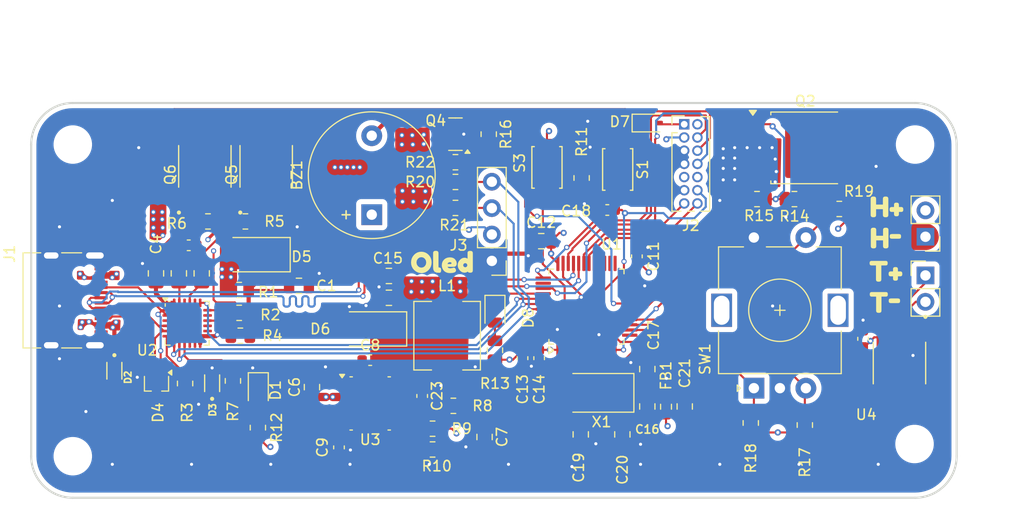
<source format=kicad_pcb>
(kicad_pcb (version 20241229) (generator "pcbnew") (generator_version "9.0")
  (layers (0 "F.Cu" signal) (4 "In1.Cu" signal) (6 "In2.Cu" signal) (2 "B.Cu" signal) (13 "F.Paste" user) (15 "B.Paste" user) (5 "F.SilkS" user "F.Silkscreen") (7 "B.SilkS" user "B.Silkscreen") (1 "F.Mask" user) (3 "B.Mask" user) (25 "Edge.Cuts" user))
  (net 0 "")
  (net 1 "Net-(BZ1--)")
  (net 2 "+3.3V")
  (net 3 "Net-(D5-K)")
  (net 4 "GND")
  (net 5 "/VDD")
  (net 6 "Net-(C5-Pad2)")
  (net 7 "/Vsink")
  (net 8 "VBUS")
  (net 9 "Net-(C7-Pad1)")
  (net 10 "Net-(D6-K)")
  (net 11 "Net-(U3-BOOT)")
  (net 12 "Net-(U3-SS)")
  (net 13 "+3.3VA")
  (net 14 "/NRST")
  (net 15 "/HSE_IN")
  (net 16 "/HSE_OUT")
  (net 17 "Net-(U3-COMP)")
  (net 18 "Net-(D1-A)")
  (net 19 "/Vsnk")
  (net 20 "/CC2")
  (net 21 "/CC1")
  (net 22 "Net-(D7-A)")
  (net 23 "/status_LED")
  (net 24 "Net-(D8-A)")
  (net 26 "/D-")
  (net 27 "/D+")
  (net 30 "/Debug_SWO")
  (net 32 "/Debug_UART1_TX")
  (net 33 "/Debug_SWDIO")
  (net 34 "/Debug_SWCLK")
  (net 35 "/Debug_UART1_RX")
  (net 37 "/I2C_SCL")
  (net 38 "/I2C_SDA")
  (net 39 "/T-")
  (net 40 "/T+")
  (net 41 "Net-(J5-Pin_1)")
  (net 43 "Net-(Q4-B)")
  (net 44 "/VBUS_VS_DISCH")
  (net 45 "/RESET")
  (net 46 "/VBUS_EN_SNK")
  (net 47 "/Vsense")
  (net 48 "/BOOT0")
  (net 49 "/HeatingElement")
  (net 50 "/Buzzer")
  (net 55 "/RoEnc_B")
  (net 62 "/RoEnc_A")
  (net 63 "/PD_ALERT")
  (net 65 "/SPI_MISO")
  (net 66 "/SPI_SCK")
  (net 69 "/RoEnc_Switch")
  (net 70 "/SPI_CS_TH")
  (net 77 "Net-(U2-VREG_2V7)")
  (net 78 "Net-(U2-VREG_1V2)")
  (net 79 "Net-(U2-DISCH)")
  (net 84 "Net-(Q5-Pad4)")
  (net 85 "Net-(Q2-G)")
  (footprint "Capacitor_SMD:C_0805_2012Metric" (layer "F.Cu") (at 77.4 126.65 180)
    (property "Reference" "C15")
    (property "Value" "47uF")
  )
  (footprint "MyFootprints:TVS_ESDA25P35-1U1M" (layer "F.Cu") (at 60.4 136.975 90)
    (property "Reference" "D3")
    (property "Value" "ESDA25P35-1U1M")
  )
  (footprint "MyFootprints:TVS_ESDA25P35-1U1M" (layer "F.Cu") (at 51 135.775 -90)
    (property "Reference" "D2")
    (property "Value" "ESDA25P35-1U1M")
  )
  (footprint "Resistor_SMD:R_0805_2012Metric" (layer "F.Cu") (at 95.935 117.2175 90)
    (property "Reference" "R11")
    (property "Value" "10k")
  )
  (footprint "Resistor_SMD:R_0805_2012Metric" (layer "F.Cu") (at 63 128 180)
    (property "Reference" "R1")
    (property "Value" "470R")
  )
  (footprint "Resistor_SMD:R_0603_1608Metric" (layer "F.Cu") (at 104.05 139.2375 -90)
    (property "Reference" "FB1")
    (property "Value" "120R")
  )
  (footprint "Capacitor_SMD:C_0805_2012Metric" (layer "F.Cu") (at 59.4 126.4 -90)
    (property "Reference" "C3" (hide yes))
    (property "Value" "1uF")
  )
  (footprint "Resistor_SMD:R_0805_2012Metric" (layer "F.Cu") (at 81.6 143.35 180)
    (property "Reference" "R10")
    (property "Value" "3k3")
  )
  (footprint "Capacitor_SMD:C_0805_2012Metric" (layer "F.Cu") (at 92.05 123.3 180)
    (property "Reference" "C12")
    (property "Value" "10uF")
  )
  (footprint "Connector_PinHeader_2.54mm:PinHeader_1x04_P2.54mm_Vertical" (layer "F.Cu") (at 87.3 125.2 180)
    (property "Reference" "J3")
    (property "Value" "OLED-Display")
  )
  (footprint "Resistor_SMD:R_0805_2012Metric" (layer "F.Cu") (at 87.6 133.8 90)
    (property "Reference" "R13")
    (property "Value" "4k7")
  )
  (footprint "Resistor_SMD:R_0805_2012Metric" (layer "F.Cu") (at 87 113 -90)
    (property "Reference" "R16")
    (property "Value" "3k9")
  )
  (footprint "Capacitor_SMD:C_0603_1608Metric" (layer "F.Cu") (at 91.85 134.5625 -90)
    (property "Reference" "C14")
    (property "Value" "100nF")
  )
  (footprint "Capacitor_SMD:C_0603_1608Metric" (layer "F.Cu") (at 75.6 134.75)
    (property "Reference" "C8")
    (property "Value" "100nF")
  )
  (footprint "Resistor_SMD:R_0805_2012Metric" (layer "F.Cu") (at 117.4 141 -90)
    (property "Reference" "R17")
    (property "Value" "10k")
  )
  (footprint "Resistor_SMD:R_0805_2012Metric" (layer "F.Cu") (at 63 130.2)
    (property "Reference" "R2")
    (property "Value" "1k")
  )
  (footprint "Capacitor_SMD:C_0603_1608Metric" (layer "F.Cu") (at 123 132.7 90)
    (property "Reference" "C22" (hide yes))
    (property "Value" "100nF")
  )
  (footprint "Crystal:Crystal_SMD_5032-2Pin_5.0x3.2mm" (layer "F.Cu") (at 97.85 137.9 180)
    (property "Reference" "X1")
    (property "Value" "8MHz")
  )
  (footprint "Capacitor_SMD:C_0603_1608Metric" (layer "F.Cu") (at 80.6 138.2 -90)
    (property "Reference" "C23")
    (property "Value" "10pF")
  )
  (footprint "kibuzzard-6914F203" (layer "F.Cu") (at 125.1 129.2)
    (property "Reference" "kibuzzard-6914F203" (hide yes))
    (property "Value" "G***" (hide yes))
  )
  (footprint "Package_TO_SOT_SMD:SOT-323_SC-70" (layer "F.Cu") (at 55.05 137 -90)
    (property "Reference" "D4")
    (property "Value" "ESDA25W")
  )
  (footprint "Capacitor_SMD:C_0603_1608Metric" (layer "F.Cu") (at 72.6 143.15 -90)
    (property "Reference" "C9")
    (property "Value" "8n2")
  )
  (footprint "Diode_SMD:D_SMA" (layer "F.Cu") (at 75.6 131.75 180)
    (property "Reference" "D6")
    (property "Value" "SS14")
  )
  (footprint "Capacitor_SMD:C_0805_2012Metric" (layer "F.Cu") (at 95.85 141.9 90)
    (property "Reference" "C19")
    (property "Value" "20pF")
  )
  (footprint "Capacitor_SMD:C_0805_2012Metric" (layer "F.Cu") (at 105.85 139.2125 90)
    (property "Reference" "C21")
    (property "Value" "1uF")
  )
  (footprint "Resistor_SMD:R_0805_2012Metric" (layer "F.Cu") (at 63.1125 132.4)
    (property "Reference" "R4")
    (property "Value" "22k")
  )
  (footprint "MountingHole:MountingHole_3.2mm_M3" (layer "F.Cu") (at 128 114)
    (property "Reference" "H4" (hide yes))
    (property "Value" "MountingHole")
  )
  (footprint "Capacitor_SMD:C_0805_2012Metric" (layer "F.Cu") (at 99.85 141.9 90)
    (property "Reference" "C20")
    (property "Value" "20pF")
  )
  (footprint "MountingHole:MountingHole_3.2mm_M3" (layer "F.Cu") (at 127.95 142.825)
    (property "Reference" "H3" (hide yes))
    (property "Value" "MountingHole")
  )
  (footprint "kibuzzard-6914F142" (layer "F.Cu") (at 82.5 125.3)
    (property "Reference" "kibuzzard-6914F142" (hide yes))
    (property "Value" "G***" (hide yes))
  )
  (footprint "Resistor_SMD:R_0805_2012Metric" (layer "F.Cu") (at 120.7125 120.2)
    (property "Reference" "R19")
    (property "Value" "10k")
  )
  (footprint "MyFootprints:SOIC127P600X175-8N" (layer "F.Cu") (at 126.5 135.03 -90)
    (property "Reference" "U4")
    (property "Value" "MAX6675ISA_")
  )
  (footprint "Diode_SMD:D_0805_2012Metric" (layer "F.Cu") (at 87.6 130.2 -90)
    (property "Reference" "D8")
    (property "Value" "yellow")
  )
  (footprint "Package_DFN_QFN:QFN-24-1EP_4x4mm_P0.5mm_EP2.7x2.7mm" (layer "F.Cu") (at 58 131.2)
    (property "Reference" "U2")
    (property "Value" "STUSB4500QTR")
  )
  (footprint "Capacitor_SMD:C_0603_1608Metric" (layer "F.Cu") (at 98.4 120.3 180)
    (property "Reference" "C18")
    (property "Value" "100nF")
  )
  (footprint "Diode_SMD:D_0805_2012Metric" (layer "F.Cu") (at 64.84 137.65 -90)
    (property "Reference" "D1")
    (property "Value" "green")
  )
  (footprint "Package_QFP:LQFP-48_7x7mm_P0.5mm" (layer "F.Cu") (at 96.4 129.6 90)
    (property "Reference" "U1")
    (property "Value" "STM32F103C8T6")
  )
  (footprint "Capacitor_SMD:C_0603_1608Metric" (layer "F.Cu") (at 90.25 134.5625 -90)
    (property "Reference" "C13")
    (property "Value" "100nF")
  )
  (footprint "MountingHole:MountingHole_3.2mm_M3" (layer "F.Cu") (at 47 114)
    (property "Reference" "H1" (hide yes))
    (property "Value" "MountingHole")
  )
  (footprint "Package_SO:Texas_R-PDSO-G8_EP2.95x4.9mm_Mask2.4x3.1mm" (layer "F.Cu") (at 75.6 138.92)
    (property "Reference" "U3")
    (property "Value" "TPS54331DR")
  )
  (footprint "Resistor_SMD:R_0805_2012Metric" (layer "F.Cu") (at 81.6 141.35)
    (property "Reference" "R9")
    (property "Value" "10k")
  )
  (footprint "Resistor_SMD:R_0805_2012Metric" (layer "F.Cu") (at 57.8 137 90)
    (property "Reference" "R3")
    (property "Value" "10k")
  )
  (footprint "MyFootprints:SOIC127P600X175-8N" (layer "F.Cu") (at 65.6 116.1 90)
    (property "Reference" "Q5")
    (property "Value" "AO4485")
  )
  (footprint "Connector_PinHeader_2.54mm:PinHeader_1x02_P2.54mm_Vertical" (layer "F.Cu") (at 129 126.6)
    (property "Reference" "J4" (hide yes))
    (property "Value" "Thermocouple")
  )
  (footprint "Rotary_Encoder:RotaryEncoder_Alps_EC11E-Switch_Vertical_H20mm" (layer "F.Cu") (at 112.5 137.45 90)
    (property "Reference" "SW1")
    (property "Value" "RotaryEncoder")
  )
  (footprint "Resistor_SMD:R_0805_2012Metric" (layer "F.Cu") (at 83.8 115.7 180)
    (property "Reference" "R22")
    (property "Value" "10k")
  )
  (footprint "Connector_PinHeader_2.54mm:PinHeader_1x02_P2.54mm_Vertical" (layer "F.Cu") (at 129 122.875 180)
    (property "Reference" "J5" (hide yes))
    (property "Value" "Heating Element")
  )
  (footprint "Resistor_SMD:R_0805_2012Metric" (layer "F.Cu") (at 64.8 141.25 90)
    (property "Reference" "R12")
    (property "Value" "4k7")
  )
  (footprint "Resistor_SMD:R_0805_2012Metric" (layer "F.Cu") (at 62.4 136.75 -90)
    (property "Reference" "R7")
    (property "Value" "100k")
  )
  (footprint "Diode_SMD:D_SOD-323" (layer "F.Cu") (at 102.4 111.93)
    (property "Reference" "D7")
    (property "Value" "1N5819WS")
  )
  (footprint "Capacitor_SMD:C_0603_1608Metric" (layer "F.Cu") (at 58.15 123.7)
    (property "Reference" "C5" (hide yes))
    (property "Value" "100nF")
  )
  (footprint "Inductor_SMD:L_6.3x6.3_H3" (layer "F.Cu") (at 83 132.4 90)
    (property "Reference" "L1")
    (property "Value" "18uH")
  )
  (footprint "Resistor_SMD:R_0805_2012Metric" (layer "F.Cu") (at 83.8 120.1 180)
    (property "Reference" "R21")
    (property "Value" "4k7")
  )
  (footprint "Capacitor_SMD:C_0805_2012Metric" (layer "F.Cu") (at 102.25 139.2125 -90)
    (property "Reference" "C16")
    (property "Value" "10nF")
  )
  (footprint "MyFootprints:SHOU HAN TYPE-C 16PIN 2MD(073)" (layer "F.Cu") (at 46 129 -90)
    (property "Reference" "J1")
    (property "Value" "USB-C")
  )
  (footprint "Capacitor_SMD:C_0603_1608Metric" (layer "F.Cu") (at 101.25 124.7625 90)
    (property "Reference" "C11")
    (property "Value" "100nF")
  )
  (footprint "Capacitor_SMD:C_0805_2012Metric" (layer "F.Cu") (at 86.6 142.15 -90)
    (property "Reference" "C7")
    (property "Value" "6n8")
  )
  (footprint "Capacitor_SMD:C_0805_2012Metric" (layer "F.Cu") (at 55 126.4 -90)
    (property "Reference" "C4")
    (property "Value" "1uF")
  )
  (footprint "Diode_SMD:D_SMA" (layer "F.Cu") (at 64.4 124.6 180)
    (property "Reference" "D5")
    (property "Value" "SS14")
  )
  (footprint "Resistor_SMD:R_0805_2012Metric" (layer "F.Cu") (at 112.8 119.25)
    (property "Reference" "R15")
    (property "Value" "270R")
  )
  (footprint "Resistor_SMD:R_0805_2012Metric" (layer "F.Cu") (at 63.6 121.4)
    (property "Reference" "R5")
    (property "Value" "100k")
  )
  (footprint "Resistor_SMD:R_0805_2012Metric" (layer "F.Cu") (at 112.2 140.8 -90)
    (property "Reference" "R18")
    (property "Value" "10k")
  )
  (footprint "Connector_PinHeader_1.27mm:PinHeader_2x07_P1.27mm_Vertical" (layer "F.Cu") (at 105.8 112.05)
    (property "Reference" "J2")
    (property "Value" "Conn_ST_STDC14")
  )
  (footprint "Resistor_SMD:R_0805_2012Metric" (layer "F.Cu") (at 60 121.4 180)
    (property "Reference" "R6")
    (property "Value" "100R")
  )
  (footprint "MyFootprints:SW_TS-1088-AR02016" (layer "F.Cu") (at 99.4 116.4 90)
    (property "Reference" "S1")
    (property "Value" "TS-1088-AR02016")
  )
  (footprint "Package_TO_SOT_SMD:TO-252-2" (layer "F.Cu") (at 117.44 114.32)
    (property "Reference" "Q2")
    (property "Value" "MDD50N03D")
  )
  (footprint "MyFootprints:SOIC127P600X175-8N" (layer "F.Cu") (at 59.7 116.1 90)
    (property "Reference" "Q6")
    (property "Value" "AO4485")
  )
  (footprint "MountingHole:MountingHole_3.2mm_M3" (layer "F.Cu") (at 47 144)
    (property "Reference" "H2" (hide yes))
    (property "Value" "MountingHole")
  )
  (footprint "Capacitor_SMD:C_0805_2012Metric" (layer "F.Cu") (at 70 137.35 90)
    (property "Reference" "C6")
    (property "Value" "10uF")
  )
  (footprint "Capacitor_SMD:C_0805_2012Metric" (layer "F.Cu") (at 102.25 135.6125 90)
    (property "Reference" "C17")
    (property "Value" "1uF")
  )
  (footprint "Resistor_SMD:R_0805_2012Metric" (layer "F.Cu") (at 116.4 119.25 180)
    (property "Reference" "R14")
    (property "Value" "10k")
  )
  (footprint "kibuzzard-6914F211" (layer "F.Cu") (at 125.2 126.2)
    (property "Reference" "kibuzzard-6914F211" (hide yes))
    (property "Value" "G***" (hide yes))
  )
  (footprint "Capacitor_SMD:C_0805_2012Metric" (layer "F.Cu") (at 77.4 128.75 180)
    (property "Reference" "C10" (hide yes))
    (property "Value" "47uF")
  )
  (footprint "Resistor_SMD:R_0805_2012Metric" (layer "F.Cu") (at 83.6 139.15)
    (property "Reference" "R8")
    (property "Value" "4k99")
  )
  (footprint "MyFootprints:SW_TS-1088-AR02016" (layer "F.Cu") (at 92.6 116.2 90)
    (property "Reference" "S3")
    (property "Value" "TS-1088-AR02016")
  )
  (footprint "kibuzzard-6914F240" (layer "F.Cu") (at 125.2 123)
    (property "Reference" "kibuzzard-6914F240" (hide yes))
    (property "Value" "G***" (hide yes))
  )
  (footprint "Resistor_SMD:R_0805_2012Metric" (layer "F.Cu") (at 83.8 117.6)
    (property "Reference" "R20")
    (property "Value" "4k7")
  )
  (footprint "kibuzzard-6914F22F" (layer "F.Cu") (at 125.3 120)
    (property "Reference" "kibuzzard-6914F22F" (hide yes))
    (property "Value" "G***" (hide yes))
  )
  (footprint "Capacitor_SMD:C_0805_2012Metric" (layer "F.Cu") (at 57.2 126.4 -90)
    (property "Reference" "C2" (hide yes))
    (property "Value" "1uF")
  )
  (footprint "Buzzer_Beeper:Buzzer_12x9.5RM7.6" (layer "F.Cu") (at 75.75 120.75 90)
    (property "Reference" "BZ1")
    (property "Value" "Buzzer")
  )
  (footprint "Package_TO_SOT_SMD:SOT-23" (layer "F.Cu") (at 83.8 113 180)
    (property "Reference" "Q4")
    (property "Value" "SS8050")
  )
  (footprint "Capacitor_SMD:C_0805_2012Metric" (layer "F.Cu") (at 68.75 127.6)
    (property "Reference" "C1")
    (property "Value" "1uF")
  )
  (gr_arc (start 128 110) (mid 130.828427 111.171573) (end 132 114) (stroke (width 0.2)) (layer "Edge.Cuts"))
  (gr_line (start 132 144) (end 132 114) (stroke (width 0.2)) (layer "Edge.Cuts"))
  (gr_arc (start 43 114) (mid 44.171573 111.171573) (end 47 110) (stroke (width 0.2)) (layer "Edge.Cuts"))
  (gr_line (start 47 148) (end 128 148) (stroke (width 0.2)) (layer "Edge.Cuts"))
  (gr_arc (start 132 144) (mid 130.828427 146.828427) (end 128 148) (stroke (width 0.2)) (layer "Edge.Cuts"))
  (gr_arc (start 47 148) (mid 44.171573 146.828427) (end 43 144) (stroke (width 0.2)) (layer "Edge.Cuts"))
  (gr_line (start 43 114) (end 43 144) (stroke (width 0.2)) (layer "Edge.Cuts"))
  (gr_line (start 128 110) (end 47 110) (stroke (width 0.2)) (layer "Edge.Cuts"))
  (segment (start 77.2 111.7) (end 81.5625 111.7) (width 0.4) (layer "F.Cu") (net 1))
  (segment (start 75.75 113.15) (end 77.2 111.7) (width 0.4) (layer "F.Cu") (net 1))
  (segment (start 81.5625 111.7) (end 82.8625 113) (width 0.4) (layer "F.Cu") (net 1))
  (segment (start 101.25 125.5375) (end 101.25 126.1625) (width 0.2) (layer "F.Cu") (net 2))
  (segment (start 92.6 112.9) (end 92.8 112.7) (width 0.2) (layer "F.Cu") (net 2))
  (segment (start 91.05 132.35) (end 90.25 133.15) (width 0.2) (layer "F.Cu") (net 2))
  (segment (start 112.2 141.7125) (end 114.8 141.7125) (width 0.2) (layer "F.Cu") (net 2))
  (segment (start 82.8875 117.6) (end 81.8 117.6) (width 0.2) (layer "F.Cu") (net 2))
  (segment (start 93 124.5) (end 93 124.7875) (width 0.2) (layer "F.Cu") (net 2))
  (segment (start 83.45 141.35) (end 83.9 141.8) (width 0.2) (layer "F.Cu") (net 2))
  (segment (start 101.25 125.5375) (end 101.6375 125.5375) (width 0.2) (layer "F.Cu") (net 2))
  (segment (start 104.05 140.95) (end 104.2 141.1) (width 0.2) (layer "F.Cu") (net 2))
  (segment (start 82.5125 141.35) (end 83.45 141.35) (width 0.2) (layer "F.Cu") (net 2))
  (segment (start 64.8 142.1625) (end 65.7375 143.1) (width 0.2) (layer "F.Cu") (net 2))
  (segment (start 101.25 126.1625) (end 100.5625 126.85) (width 0.2) (layer "F.Cu") (net 2))
  (segment (start 123.7125 132.9125) (end 124.07 132.555) (width 0.2) (layer "F.Cu") (net 2))
  (segment (start 90.25 133.15) (end 90.25 133.7875) (width 0.2) (layer "F.Cu") (net 2))
  (segment (start 93.8 122.5) (end 94.2 122.5) (width 0.2) (layer "F.Cu") (net 2))
  (segment (start 93 124.7875) (end 93.65 125.4375) (width 0.2) (layer "F.Cu") (net 2))
  (segment (start 93 123.3) (end 93.8 122.5) (width 0.2) (layer "F.Cu") (net 2))
  (segment (start 104.05 140.0625) (end 105.75 140.0625) (width 0.2) (layer "F.Cu") (net 2))
  (segment (start 92.6 114.125) (end 92.6 112.9) (width 0.2) (layer "F.Cu") (net 2))
  (segment (start 121.625 120.2) (end 121.625 121.075) (width 0.2) (layer "F.Cu") (net 2))
  (segment (start 92.2375 132.35) (end 91.05 132.35) (width 0.2) (layer "F.Cu") (net 2))
  (segment (start 81.5 120.1) (end 80.9 119.5) (width 0.2) (layer "F.Cu") (net 2))
  (segment (start 93 123.3) (end 93 124.5) (width 0.2) (layer "F.Cu") (net 2))
  (segment (start 93.65 133.7625) (end 92.9 133.7625) (width 0.2) (layer "F.Cu") (net 2))
  (segment (start 124.07 132.555) (end 124.595 132.555) (width 0.2) (layer "F.Cu") (net 2))
  (segment (start 89.325 134.7125) (end 90.25 133.7875) (width 0.2) (layer "F.Cu") (net 2))
  (segment (start 121.625 121.075) (end 120.6 122.1) (width 0.2) (layer "F.Cu") (net 2))
  (segment (start 65.7375 143.1) (end 66 143.1) (width 0.2) (layer "F.Cu") (net 2))
  (segment (start 105.75 140.0625) (end 105.85 140.1625) (width 0.2) (layer "F.Cu") (net 2))
  (segment (start 117.2 141.7125) (end 117.4 141.9125) (width 0.2) (layer "F.Cu") (net 2))
  (segment (start 123 133.475) (end 123.15 133.475) (width 0.2) (layer "F.Cu") (net 2))
  (segment (start 91.875 133.7625) (end 91.85 133.7875) (width 0.2) (layer "F.Cu") (net 2))
  (segment (start 87.6 134.7125) (end 89.325 134.7125) (width 0.2) (layer "F.Cu") (net 2))
  (segment (start 114.8 141.7125) (end 117.2 141.7125) (width 0.2) (layer "F.Cu") (net 2))
  (segment (start 101.6375 125.5375) (end 102.4 126.3) (width 0.2) (layer "F.Cu") (net 2))
  (segment (start 82.8875 120.1) (end 81.5 120.1) (width 0.2) (layer "F.Cu") (net 2))
  (segment (start 123.15 133.475) (end 123.7125 132.9125) (width 0.2) (layer "F.Cu") (net 2))
  (segment (start 81.8 117.6) (end 80.9 118.5) (width 0.2) (layer "F.Cu") (net 2))
  (segment (start 104.05 140.0625) (end 104.05 140.95) (width 0.2) (layer "F.Cu") (net 2))
  (segment (start 92.9 133.7625) (end 91.875 133.7625) (width 0.2) (layer "F.Cu") (net 2))
  (via (at 78.7 118.45) (size 0.5) (drill 0.3) (layers "F.Cu" "B.Cu") (net 2))
  (via (at 92.8 112.7) (size 0.6) (drill 0.3) (layers "F.Cu" "B.Cu") (net 2))
  (via (at 79.75 119.5) (size 0.5) (drill 0.3) (layers "F.Cu" "B.Cu") (net 2))
  (via (at 85.1 122.2) (size 0.6) (drill 0.3) (layers "F.Cu" "B.Cu") (net 2))
  (via (at 79.575 127.15) (size 0.5) (drill 0.3) (layers "F.Cu" "B.Cu") (net 2))
  (via (at 80.75 113.95) (size 0.5) (drill 0.3) (layers "F.Cu" "B.Cu") (net 2))
  (via (at 114.8 141.7125) (size 0.6) (drill 0.3) (layers "F.Cu" "B.Cu") (net 2))
  (via (at 80.575 128.175) (size 0.5) (drill 0.3) (layers "F.Cu" "B.Cu") (net 2))
  (via (at 79.65 113.1) (size 0.5) (drill 0.3) (layers "F.Cu" "B.Cu") (net 2))
  (via (at 81.6 128.15) (size 0.5) (drill 0.3) (layers "F.Cu" "B.Cu") (net 2))
  (via (at 93 124.5) (size 0.6) (drill 0.3) (layers "F.Cu" "B.Cu") (net 2))
  (via (at 80.575 127.2) (size 0.5) (drill 0.3) (layers "F.Cu" "B.Cu") (net 2))
  (via (at 81.6 127.175) (size 0.5) (drill 0.3) (layers "F.Cu" "B.Cu") (net 2))
  (via (at 78.65 113.1) (size 0.5) (drill 0.3) (layers "F.Cu" "B.Cu") (net 2))
  (via (at 104.2 141.1) (size 0.6) (drill 0.3) (layers "F.Cu" "B.Cu") (net 2))
  (via (at 92.9 133.7625) (size 0.6) (drill 0.3) (layers "F.Cu" "B.Cu") (net 2))
  (via (at 83.9 141.8) (size 0.6) (drill 0.3) (layers "F.Cu" "B.Cu") (net 2))
  (via (at 123.7125 132.9125) (size 0.6) (drill 0.3) (layers "F.Cu" "B.Cu") (net 2))
  (via (at 66 143.1) (size 0.6) (drill 0.3) (layers "F.Cu" "B.Cu") (net 2))
  (via (at 84.275 128.125) (size 0.5) (drill 0.3) (layers "F.Cu" "B.Cu") (net 2))
  (via (at 102.4 126.3) (size 0.6) (drill 0.3) (layers "F.Cu" "B.Cu") (net 2))
  (via (at 89 134.7) (size 0.6) (drill 0.3) (layers "F.Cu" "B.Cu") (net 2))
  (via (at 79.75 118.5) (size 0.5) (drill 0.3) (layers "F.Cu" "B.Cu") (net 2))
  (via (at 84.225 127.225) (size 0.5) (drill 0.3) (layers "F.Cu" "B.Cu") (net 2))
  (via (at 104.083179 113.49353) (size 0.6) (drill 0.3) (layers "F.Cu" "B.Cu") (net 2))
  (via (at 80.9 119.5) (size 0.5) (drill 0.3) (layers "F.Cu" "B.Cu") (net 2))
  (via (at 79.55 128.175) (size 0.5) (drill 0.3) (layers "F.Cu" "B.Cu") (net 2))
  (via (at 78.7 119.5) (size 0.5) (drill 0.3) (layers "F.Cu" "B.Cu") (net 2))
  (via (at 120.6 122.1) (size 0.6) (drill 0.3) (layers "F.Cu" "B.Cu") (net 2))
  (via (at 78.65 114) (size 0.5) (drill 0.3) (layers "F.Cu" "B.Cu") (net 2))
  (via (at 80.9 118.5) (size 0.5) (drill 0.3) (layers "F.Cu" "B.Cu") (net 2))
  (via (at 79.7 114) (size 0.5) (drill 0.3) (layers "F.Cu" "B.Cu") (net 2))
  (via (at 94.2 122.5) (size 0.6) (drill 0.3) (layers "F.Cu" "B.Cu") (net 2))
  (via (at 80.75 113.05) (size 0.5) (drill 0.3) (layers "F.Cu" "B.Cu") (net 2))
  (segment (start 104.28 113.32) (end 104.1 113.5) (width 0.2) (layer "B.Cu") (net 2))
  (segment (start 86.6 121.96) (end 85.34 121.96) (width 0.2) (layer "B.Cu") (net 2))
  (segment (start 105.8 113.32) (end 104.28 113.32) (width 0.2) (layer "B.Cu") (net 2))
  (segment (start 85.34 121.96) (end 85.1 122.2) (width 0.2) (layer "B.Cu") (net 2))
  (segment (start 87.3 122.66) (end 86.6 121.96) (width 0.2) (layer "B.Cu") (net 2))
  (segment (start 63.9125 128) (end 67.4 128) (width 0.2) (layer "F.Cu") (net 3))
  (segment (start 67.4 128) (end 67.8 127.6) (width 0.2) (layer "F.Cu") (net 3))
  (segment (start 66.4 125.5125) (end 63.9125 128) (width 0.4) (layer "F.Cu") (net 3))
  (segment (start 63.9125 128) (end 63.9125 130.2) (width 0.4) (layer "F.Cu") (net 3))
  (segment (start 66.4 124.6) (end 66.4 125.5125) (width 0.4) (layer "F.Cu") (net 3))
  (segment (start 58.25 133.1625) (end 58.25 131.45) (width 0.2) (layer "F.Cu") (net 4))
  (segment (start 64.3 136.1725) (end 64.3 135.5) (width 0.2) (layer "F.Cu") (net 4))
  (segment (start 91.1 135.3375) (end 90.25 135.3375) (width 0.2) (layer "F.Cu") (net 4))
  (segment (start 97.15 133.7625) (end 97.15 132.75) (width 0.2) (layer "F.Cu") (net 4))
  (segment (start 101.25 123.9875) (end 102.2125 123.9875) (width 0.2) (layer "F.Cu") (net 4))
  (segment (start 90.6 124.5) (end 90.8 124.7) (width 0.4) (layer "F.Cu") (net 4))
  (segment (start 70.7 126.6) (end 70.7 126.4) (width 0.2) (layer "F.Cu") (net 4))
  (segment (start 101.75 127.35) (end 102 127.6) (width 0.2) (layer "F.Cu") (net 4))
  (segment (start 49.725 125.28) (end 49.125 124.68) (width 0.4) (layer "F.Cu") (net 4))
  (segment (start 57.8 137.9125) (end 58.0125 137.9125) (width 0.2) (layer "F.Cu") (net 4))
  (segment (start 76.45 128.75) (end 75.7 129.5) (width 0.2) (layer "F.Cu") (net 4))
  (segment (start 102.25 142.35) (end 101.75 142.85) (width 0.4) (layer "F.Cu") (net 4))
  (segment (start 51 136.4) (end 53.2 136.4) (width 0.2) (layer "F.Cu") (net 4))
  (segment (start 86.6 143.1) (end 84.8 143.1) (width 0.2) (layer "F.Cu") (net 4))
  (segment (start 94.15 125.4375) (end 94.15 126.75) (width 0.2) (layer "F.Cu") (net 4))
  (segment (start 58.0125 137.9125) (end 59.1 139) (width 0.2) (layer "F.Cu") (net 4))
  (segment (start 95.9 128.5) (end 95.9 128.7) (width 0.2) (layer "F.Cu") (net 4))
  (segment (start 53.2 136.4) (end 54 136.4) (width 0.2) (layer "F.Cu") (net 4))
  (segment (start 95.935 115.065) (end 96.75 114.25) (width 0.2) (layer "F.Cu") (net 4))
  (segment (start 95.935 116.305) (end 95.935 115.065) (width 0.2) (layer "F.Cu") (net 4))
  (segment (start 100.5625 127.35) (end 101.75 127.35) (width 0.2) (layer "F.Cu") (net 4))
  (segment (start 53.65 125.45) (end 53.6 125.4) (width 0.2) (layer "F.Cu") (net 4))
  (segment (start 75.7 129.5) (end 75.2 129.5) (width 0.2) (layer "F.Cu") (net 4))
  (segment (start 59.25 132.45) (end 59.4 132.45) (width 0.2) (layer "F.Cu") (net 4))
  (segment (start 60.4 136.35) (end 60.4 135.5) (width 0.2) (layer "F.Cu") (net 4))
  (segment (start 96.8 114.2) (end 96.925 114.325) (width 0.2) (layer "F.Cu") (net 4))
  (segment (start 84.55 143.35) (end 84.8 143.1) (width 0.2) (layer "F.Cu") (net 4))
  (segment (start 59.25 132.6) (end 59.4 132.45) (width 0.2) (layer "F.Cu") (net 4))
  (segment (start 115.58125 120.98125) (end 117.3125 119.25) (width 0.2) (layer "F.Cu") (net 4))
  (segment (start 104.09375 136.50625) (end 102.25 134.6625) (width 0.4) (layer "F.Cu") (net 4))
  (segment (start 73.6 131.75) (end 73.6 129.7) (width 0.2) (layer "F.Cu") (net 4))
  (segment (start 96.75 114.25) (end 96.8 114.2) (width 0.2) (layer "F.Cu") (net 4))
  (segment (start 82.8875 115.7) (end 82.8875 114.420532) (width 0.2) (layer "F.Cu") (net 4))
  (segment (start 92.2375 131.85) (end 93.55 131.85) (width 0.2) (layer "F.Cu") (net 4))
  (segment (start 102.25 134.6625) (end 101.0375 134.6625) (width 0.4) (layer "F.Cu") (net 4))
  (segment (start 54 136.4) (end 54.4 136) (width 0.2) (layer "F.Cu") (net 4))
  (segment (start 71 135.4) (end 71.3 135.4) (width 0.2) (layer "F.Cu") (net 4))
  (segment (start 101.75 142.85) (end 101.6 142.85) (width 0.4) (layer "F.Cu") (net 4))
  (segment (start 60.75 132.45) (end 60.9 132.3) (width 0.2) (layer "F.Cu") (net 4))
  (segment (start 82.8875 114.420532) (end 84.308032 113) (width 0.2) (layer "F.Cu") (net 4))
  (segment (start 57.2 125.45) (end 59.4 125.45) (width 0.2) (layer "F.Cu") (net 4))
  (segment (start 64.84 136.7125) (end 64.3 136.1725) (width 0.2) (layer "F.Cu") (net 4))
  (segment (start 87.3 125.2) (end 88 124.5) (width 0.4) (layer "F.Cu") (net 4))
  (segment (start 91.1 124.4) (end 90.8 124.7) (width 0.4) (layer "F.Cu") (net 4))
  (segment (start 70 136.4) (end 71 135.4) (width 0.2) (layer "F.Cu") (net 4))
  (segment (start 127.88 134.22) (end 127.8 134.3) (width 0.4) (layer "F.Cu") (net 4))
  (segment (start 76.45 128.75) (end 76.45 126.65) (width 0.2) (layer "F.Cu") (net 4))
  (segment (start 102.2125 123.9875) (end 102.3 123.9) (width 0.2) (layer "F.Cu") (net 4))
  (segment (start 96.925 114.325) (end 99.4 114.325) (width 0.2) (layer "F.Cu") (net 4))
  (segment (start 105.85 138.2625) (end 104.09375 136.50625) (width 0.4) (layer "F.Cu") (net 4))
  (segment (start 49.725 125.8) (end 49.725 125.28) (width 0.4) (layer "F.Cu") (net 4))
  (segment (start 102.25 140.1625) (end 102.25 142.35) (width 0.4) (layer "F.Cu") (net 4))
  (segment (start 79.565 138.285) (end 80.6 137.25) (width 0.2) (layer "F.Cu") (net 4))
  (segment (start 91.85 135.3375) (end 91.1 135.3375) (width 0.2) (layer "F.Cu") (net 4))
  (segment (start 101.0375 134.6625) (end 100.7 135) (width 0.4) (layer "F.Cu") (net 4))
  (segment (start 59.4 132.45) (end 59.9625 132.45) (width 0.4) (layer "F.Cu") (net 4))
  (segment (start 80.6 137.25) (end 82.35 137.25) (width 0.2) (layer "F.Cu") (net 4))
  (segment (start 82.5125 143.35) (end 84.55 143.35) (width 0.2) (layer "F.Cu") (net 4))
  (segment (start 94.15 126.75) (end 95.9 128.5) (width 0.2) (layer "F.Cu") (net 4))
  (segment (start 78.1625 138.285) (end 79.565 138.285) (width 0.2) (layer "F.Cu") (net 4))
  (segment (start 59.9625 132.45) (end 60.75 132.45) (width 0.4) (layer "F.Cu") (net 4))
  (segment (start 128.405 132.555) (end 127.88 133.08) (width 0.4) (layer "F.Cu") (net 4))
  (segment (start 57.75 130.95) (end 58 131.2) (width 0.2) (layer "F.Cu") (net 4))
  (segment (start 69.7 127.6) (end 70.7 126.6) (width 0.2) (layer "F.Cu") (net 4))
  (segment (start 112.5 122.95) (end 113.6125 122.95) (width 0.2) (layer "F.Cu") (net 4))
  (segment (start 91.1 123.3) (end 91.1 124.4) (width 0.4) (layer "F.Cu") (net 4))
  (segment (start 82.35 137.25) (end 82.4 137.2) (width 0.2) (layer "F.Cu") (net 4))
  (segment (start 97.625 120.3) (end 96.8 120.3) (width 0.2) (layer "F.Cu") (net 4))
  (segment (start 59.25 133.1625) (end 59.25 132.6) (width 0.4) (layer "F.Cu") (net 4))
  (segment (start 53.7 125.45) (end 53.65 125.45) (width 0.2) (layer "F.Cu") (net 4))
  (segment (start 95.85 142.85) (end 97.25 142.85) (width 0.4) (layer "F.Cu") (net 4))
  (segment (start 57.75 129.2375) (end 57.75 130.95) (width 0.2) (layer "F.Cu") (net 4))
  (segment (start 84.7375 112.8625) (end 84.6 113) (width 0.2) (layer "F.Cu") (net 4))
  (segment (start 96.8 120.3) (end 96.2 119.7) (width 0.2) (layer "F.Cu") (net 4))
  (segment (start 127.88 133.08) (end 127.88 134.22) (width 0.4) (layer "F.Cu") (net 4))
  (segment (start 73.175 143.925) (end 73.7 143.4) (width 0.2) (layer "F.Cu") (net 4))
  (segment (start 72.6 143.925) (end 73.175 143.925) (width 0.2) (layer "F.Cu") (net 4))
  (segment (start 123 131.925) (end 123 130.9) (width 0.2) (layer "F.Cu") (net 4))
  (segment (start 97.15 132.75) (end 97.6 132.3) (width 0.2) (layer "F.Cu") (net 4))
  (segment (start 49.725 132.72) (end 49.125 133.32) (width 0.4) (layer "F.Cu") (net 4))
  (segment (start 49.725 132.2) (end 49.725 132.72) (width 0.4) (layer "F.Cu") (net 4))
  (segment (start 101.6 142.85) (end 99.85 142.85) (width 0.4) (layer "F.Cu") (net 4))
  (segment (start 97.25 142.85) (end 97.3 142.8) (width 0.4) (layer "F.Cu") (net 4))
  (segment (start 84.7375 112.05) (end 84.7375 112.8625) (width 0.2) (layer "F.Cu") (net 4))
  (segment (start 58.25 131.45) (end 58 131.2) (width 0.2) (layer "F.Cu") (net 4))
  (segment (start 55 125.45) (end 57.2 125.45) (width 0.2) (layer "F.Cu") (net 4))
  (segment (start 113.6125 122.95) (end 115.58125 120.98125) (width 0.2) (layer "F.Cu") (net 4))
  (segment (start 88 124.5) (end 90.6 124.5) (width 0.4) (layer "F.Cu") (net 4))
  (segment (start 84.308032 113) (end 84.6 113) (width 0.2) (layer "F.Cu") (net 4))
  (segment (start 55 125.45) (end 53.7 125.45) (width 0.2) (layer "F.Cu") (net 4))
  (via (at 96.75 114.25) (size 0.6) (drill 0.3) (layers "F.Cu" "B.Cu") (net 4))
  (via (at 110.65 115.3) (size 0.5) (drill 0.3) (layers "F.Cu" "B.Cu") (net 4))
  (via (at 73.7 143.4) (size 0.5) (drill 0.3) (layers "F.Cu" "B.Cu") (net 4))
  (via (at 70.7 126.4) (size 0.5) (drill 0.3) (layers "F.Cu" "B.Cu") (net 4))
  (via (at 76.45 127.7) (size 0.5) (drill 0.3) (layers "F.Cu" "B.Cu") (net 4))
  (via (at 92.85 121.9) (size 0.5) (drill 0.3) (layers "F.Cu" "B.Cu") (net 4))
  (via (at 101.6 144.78) (size 0.5) (drill 0.3) (layers "F.Cu" "B.Cu") (net 4))
  (via (at 45.72 134.62) (size 0.5) (drill 0.3) (layers "F.Cu" "B.Cu") (net 4))
  (via (at 110.65 117.4) (size 0.5) (drill 0.3) (layers "F.Cu" "B.Cu") (net 4))
  (via (at 82.4 137.2) (size 0.5) (drill 0.3) (layers "F.Cu" "B.Cu") (net 4))
  (via (at 111.85 114.3) (size 0.5) (drill 0.3) (layers "F.Cu" "B.Cu") (net 4))
  (via (at 95 145) (size 0.5) (drill 0.3) (layers "F.Cu" "B.Cu") (net 4))
  (via (at 113.05 114.3) (size 0.5) (drill 0.3) (layers "F.Cu" "B.Cu") (net 4))
  (via (at 104.09375 136.50625) (size 0.5) (drill 0.3) (layers "F.Cu" "B.Cu") (net 4))
  (via (at 127.8 134.3) (size 0.5) (drill 0.3) (layers "F.Cu" "B.Cu") (net 4))
  (via (at 71.3 135.4) (size 0.5) (drill 0.3) (layers "F.Cu" "B.Cu") (net 4))
  (via (at 73.6 129.6) (size 0.5) (drill 0.3) (layers "F.Cu" "B.Cu") (net 4))
  (via (at 84.6 113) (size 0.6) (drill 0.3) (layers "F.Cu" "B.Cu") (net 4))
  (via (at 124.25 116.1) (size 0.5) (drill 0.3) (layers "F.Cu" "B.Cu") (net 4))
  (via (at 114.25 114.3) (size 0.5) (drill 0.3) (layers "F.Cu" "B.Cu") (net 4))
  (via (at 85.7 135.4) (size 0.5) (drill 0.3) (layers "F.Cu" "B.Cu") (net 4))
  (via (at 110.65 114.3) (size 0.5) (drill 0.3) (layers "F.Cu" "B.Cu") (net 4))
  (via (at 97.6 132.3) (size 0.5) (drill 0.3) (layers "F.Cu" "B.Cu") (net 4))
  (via (at 90.8 124.7) (size 0.5) (drill 0.3) (layers "F.Cu" "B.Cu") (net 4))
  (via (at 110.65 116.3) (size 0.5) (drill 0.3) (layers "F.Cu" "B.Cu") (net 4))
  (via (at 116.84 144.78) (size 0.5) (drill 0.3) (layers "F.Cu" "B.Cu") (net 4))
  (via (at 50.8 144.78) (size 0.5) (drill 0.3) (layers "F.Cu" "B.Cu") (net 4))
  (via (at 73.66 144.78) (size 0.5) (drill 0.3) (layers "F.Cu" "B.Cu") (net 4))
  (via (at 53.7 125.45) (size 0.5) (drill 0.3) (layers "F.Cu" "B.Cu") (net 4))
  (via (at 114.3 129.54) (size 0.5) (drill 0.3) (layers "F.Cu" "B.Cu") (net 4))
  (via (at 95.9 128.7) (size 0.5) (drill 0.3) (layers "F.Cu" "B.Cu") (net 4))
  (via (at 114.65 116.6) (size 0.5) (drill 0.3) (layers "F.Cu" "B.Cu") (net 4))
  (via (at 102.3 123.9) (size 0.6) (drill 0.3) (layers "F.Cu" "B.Cu") (net 4))
  (via (at 100.664748 134.984103) (size 0.5) (drill 0.3) (layers "F.Cu" "B.Cu") (net 4))
  (via (at 109.22 144.78) (size 0.5) (drill 0.3) (layers "F.Cu" "B.Cu") (net 4))
  (via (at 84.8 143.1) (size 0.5) (drill 0.3) (layers "F.Cu" "B.Cu") (net 4))
  (via (at 115.58125 120.98125) (size 0.6) (drill 0.3) (layers "F.Cu" "B.Cu") (net 4))
  (via (at 58.42 144.78) (size 0.5) (drill 0.3) (layers "F.Cu" "B.Cu") (net 4))
  (via (at 50.8 119.38) (size 0.5) (drill 0.3) (layers "F.Cu" "B.Cu") (net 4))
  (via (at 91.1 135.3375) (size 0.5) (drill 0.3) (layers "F.Cu" "B.Cu") (net 4))
  (via (at 123 130.9) (size 0.6) (drill 0.3) (layers "F.Cu" "B.Cu") (net 4))
  (via (at 66.04 144.78) (size 0.5) (drill 0.3) (layers "F.Cu" "B.Cu") (net 4))
  (via (at 60.9 132.3) (size 0.5) (drill 0.3) (layers "F.Cu" "B.Cu") (net 4))
  (via (at 88.9 144.78) (size 0.5) (drill 0.3) (layers "F.Cu" "B.Cu") (net 4))
  (via (at 114.55 117.6) (size 0.5) (drill 0.3) (layers "F.Cu" "B.Cu") (net 4))
  (via (at 60.4 135.5) (size 0.5) (drill 0.3) (layers "F.Cu" "B.Cu") (net 4))
  (via (at 124.46 144.78) (size 0.5) (drill 0.3) (layers "F.Cu" "B.Cu") (net 4))
  (via (at 53.34 114.3) (size 0.5) (drill 0.3) (layers "F.Cu" "B.Cu") (net 4))
  (via (at 97.3 142.8) (size 0.5) (drill 0.3) (layers "F.Cu" "B.Cu") (net 4))
  (via (at 101.6 142.85) (size 0.5) (drill 0.3) (layers "F.Cu" "B.Cu") (net 4))
  (via (at 96.2 119.7) (size 0.5) (drill 0.3) (layers "F.Cu" "B.Cu") (net 4))
  (via (at 68.58 121.92) (size 0.5) (drill 0.3) (layers "F.Cu" "B.Cu") (net 4))
  (via (at 75.2 129.5) (size 0.5) (drill 0.3) (layers "F.Cu" "B.Cu") (net 4))
  (via (at 109.55 116.3) (size 0.5) (drill 0.3) (layers "F.Cu" "B.Cu") (net 4))
  (via (at 102 127.6) (size 0.5) (drill 0.3) (layers "F.Cu" "B.Cu") (net 4))
  (via (at 109.55 117.4) (size 0.5) (drill 0.3) (layers "F.Cu" "B.Cu") (net 4))
  (via (at 90.9 121.9) (size 0.5) (drill 0.3) (layers "F.Cu" "B.Cu") (net 4))
  (via (at 93.6 131.8) (size 0.5) (drill 0.3) (layers "F.Cu" "B.Cu") (net 4))
  (via (at 109.55 114.4) (size 0.5) (drill 0.3) (layers "F.Cu" "B.Cu") (net 4))
  (via (at 81.28 144.78) (size 0.5) (drill 0.3) (layers "F.Cu" "B.Cu") (net 4))
  (via (at 45.72 121.92) (size 0.5) (drill 0.3) (layers "F.Cu" "B.Cu") (net 4))
  (via (at 64.3 135.5) (size 0.5) (drill 0.3) (layers "F.Cu" "B.Cu") (net 4))
  (via (at 109.22 119.38) (size 0.5) (drill 0.3) (layers "F.Cu" "B.Cu") (net 4))
  (via (at 114.55 115.4) (size 0.5) (drill 0.3) (layers "F.Cu" "B.Cu") (net 4))
  (via (at 96.52 111.76) (size 0.5) (drill 0.3) (layers "F.Cu" "B.Cu") (net 4))
  (via (at 59.1 139) (size 0.5) (drill 0.3) (layers "F.Cu" "B.Cu") (net 4))
  (via (at 109.55 115.3) (size 0.5) (drill 0.3) (layers "F.Cu" "B.Cu") (net 4))
  (via (at 45.72 129.54) (size 0.5) (drill 0.3) (layers "F.Cu" "B.Cu") (net 4))
  (via (at 48.26 139.7) (size 0.5) (drill 0.3) (layers "F.Cu" "B.Cu") (net 4))
  (via (at 53.2 136.4) (size 0.5) (drill 0.3) (layers "F.Cu" "B.Cu") (net 4))
  (segment (start 64.5125 121.4) (end 66.3671 121.4) (width 0.2) (layer "F.Cu") (net 5))
  (segment (start 53.05 124.65) (end 53.8 123.9) (width 0.4) (layer "F.Cu") (net 5))
  (segment (start 68.101 119.6661) (end 68.101 117.50648) (width 0.2) (layer "F.Cu") (net 5))
  (segment (start 66.235 117.59) (end 66.235 118.575) (width 0.2) (layer "F.Cu") (net 5))
  (segment (start 55.7 123.9) (end 57.795 121.805) (width 0.4) (layer "F.Cu") (net 5))
  (segment (start 66.3671 121.4) (end 68.101 119.6661) (width 0.2) (layer "F.Cu") (net 5))
  (segment (start 53.8 123.9) (end 55.7 123.9) (width 0.4) (layer "F.Cu") (net 5))
  (segment (start 53.6 127.35) (end 53.05 126.8) (width 0.4) (layer "F.Cu") (net 5))
  (segment (start 55 127.35) (end 53.6 127.35) (width 0.4) (layer "F.Cu") (net 5))
  (segment (start 68.101 117.50648) (end 67.88352 117.289) (width 0.2) (layer "F.Cu") (net 5))
  (segment (start 66.536 117.289) (end 66.235 117.59) (width 0.2) (layer "F.Cu") (net 5))
  (segment (start 67.88352 117.289) (end 66.536 117.289) (width 0.2) (layer "F.Cu") (net 5))
  (segment (start 53.05 126.8) (end 53.05 124.65) (width 0.4) (layer "F.Cu") (net 5))
  (segment (start 55 127.35) (end 55 128.35) (width 0.4) (layer "F.Cu") (net 5))
  (segment (start 55.8875 129.2375) (end 56.724 129.2375) (width 0.4) (layer "F.Cu") (net 5))
  (segment (start 55 128.35) (end 55.8875 129.2375) (width 0.4) (layer "F.Cu") (net 5))
  (segment (start 57.795 121.805) (end 57.795 118.575) (width 0.4) (layer "F.Cu") (net 5))
  (segment (start 58.925 121.5625) (end 59.0875 121.4) (width 0.2) (layer "F.Cu") (net 6))
  (segment (start 58.925 123.7) (end 58.925 121.5625) (width 0.2) (layer "F.Cu") (net 6))
  (segment (start 74.6 116.189) (end 70.069 116.189) (width 2.56) (layer "F.Cu") (net 7))
  (segment (start 57.375 123.7) (end 58.151 124.476) (width 0.2) (layer "F.Cu") (net 7))
  (segment (start 59.524 124.476) (end 60.95 123.05) (width 0.2) (layer "F.Cu") (net 7))
  (segment (start 67.505 113.625) (end 63.695 113.625) (width 2.56) (layer "F.Cu") (net 7))
  (segment (start 68.85 119.85) (end 68.85 117.408) (width 0.2) (layer "F.Cu") (net 7))
  (segment (start 65.65 123.05) (end 68.85 119.85) (width 0.2) (layer "F.Cu") (net 7))
  (segment (start 70.069 116.189) (end 67.505 113.625) (width 2.56) (layer "F.Cu") (net 7))
  (segment (start 68.85 117.408) (end 70.069 116.189) (width 0.2) (layer "F.Cu") (net 7))
  (segment (start 60.95 123.05) (end 65.65 123.05) (width 0.2) (layer "F.Cu") (net 7))
  (segment (start 58.151 124.476) (end 59.524 124.476) (width 0.2) (layer "F.Cu") (net 7))
  (via (at 72.8 116.189) (size 0.5) (drill 0.3) (layers "F.Cu" "B.Cu") (net 7))
  (via (at 72.2 116.189) (size 0.5) (drill 0.3) (layers "F.Cu" "B.Cu") (net 7))
  (via (at 73.4 116.189) (size 0.5) (drill 0.3) (layers "F.Cu" "B.Cu") (net 7))
  (via (at 74 116.189) (size 0.5) (drill 0.3) (layers "F.Cu" "B.Cu") (net 7))
  (via (at 74.6 116.189) (size 0.5) (drill 0.3) (layers "F.Cu" "B.Cu") (net 7))
  (segment (start 56.760612 110.701) (end 100.121 110.701) (width 0.4) (layer "F.Cu") (net 8))
  (segment (start 51 131.75) (end 50.85 131.6) (width 0.4) (layer "F.Cu") (net 8))
  (segment (start 54.594 119.494) (end 54.594 112.867612) (width 0.4) (layer "F.Cu") (net 8))
  (segment (start 51 135.15) (end 51 131.75) (width 0.4) (layer "F.Cu") (net 8))
  (segment (start 100.121 110.701) (end 101.35 111.93) (width 0.4) (layer "F.Cu") (net 8))
  (segment (start 73.0225 138.3) (end 73.0375 138.285) (width 0.8) (layer "F.Cu") (net 8))
  (segment (start 72 138.3) (end 73.0225 138.3) (width 0.8) (layer "F.Cu") (net 8))
  (segment (start 70 138.3) (end 71.35 138.3) (width 0.8) (layer "F.Cu") (net 8))
  (segment (start 55.6 120.5) (end 54.594 119.494) (width 0.4) (layer "F.Cu") (net 8))
  (segment (start 54.594 112.867612) (end 56.760612 110.701) (width 0.4) (layer "F.Cu") (net 8))
  (via (at 50.8 126.8) (size 0.5) (drill 0.3) (layers "F.Cu" "B.Cu") (net 8))
  (via (at 51.2 126.45) (size 0.5) (drill 0.3) (layers "F.Cu" "B.Cu") (net 8))
  (via (at 48.1 126.8) (size 0.5) (drill 0.3) (layers "F.Cu" "B.Cu") (net 8))
  (via (at 54.75 122) (size 0.5) (drill 0.3) (layers "F.Cu" "B.Cu") (net 8))
  (via (at 55.65 122.75) (size 0.5) (drill 0.3) (layers "F.Cu" "B.Cu") (net 8))
  (via (at 61.35 126.75) (size 0.5) (drill 0.3) (layers "F.Cu" "B.Cu") (net 8))
  (via (at 54.75 121.2) (size 0.5) (drill 0.3) (layers "F.Cu" "B.Cu") (net 8))
  (via (at 50.85 131.6) (size 0.5) (drill 0.3) (layers "F.Cu" "B.Cu") (net 8))
  (via (at 55.6 121.2) (size 0.5) (drill 0.3) (layers "F.Cu" "B.Cu") (net 8))
  (via (at 47.9 131.1) (size 0.5) (drill 0.3) (layers "F.Cu" "B.Cu") (net 8))
  (via (at 47.7 126.45) (size 0.5) (drill 0.3) (layers "F.Cu" "B.Cu") (net 8))
  (via (at 55.6 120.5) (size 0.5) (drill 0.3) (layers "F.Cu" "B.Cu") (net 8))
  (via (at 47.75 131.6) (size 0.5) (drill 0.3) (layers "F.Cu" "B.Cu") (net 8))
  (via (at 48.55 131.05) (size 0.5) (drill 0.3) (layers "F.Cu" "B.Cu") (net 8))
  (via (at 55.65 122) (size 0.5) (drill 0.3) (layers "F.Cu" "B.Cu") (net 8))
  (via (at 72 138.3) (size 0.5) (drill 0.3) (layers "F.Cu" "B.Cu") (net 8))
  (via (at 51.15 131.1) (size 0.5) (drill 0.3) (layers "F.Cu" "B.Cu") (net 8))
  (via (at 62.25 126) (size 0.5) (drill 0.3) (layers "F.Cu" "B.Cu") (net 8))
  (via (at 54.75 120.5) (size 0.5) (drill 0.3) (layers "F.Cu" "B.Cu") (net 8))
  (via (at 61.35 126) (size 0.5) (drill 0.3) (layers "F.Cu" "B.Cu") (net 8))
  (via (at 71.35 138.3) (size 0.5) (drill 0.3) (layers "F.Cu" "B.Cu") (net 8))
  (via (at 54.75 122.7) (size 0.5) (drill 0.3) (layers "F.Cu" "B.Cu") (net 8))
  (via (at 62.2 126.75) (size 0.5) (drill 0.3) (layers "F.Cu" "B.Cu") (net 8))
  (segment (start 84.55 139.15) (end 86.6 141.2) (width 0.4) (layer "F.Cu") (net 9))
  (segment (start 84.5125 139.15) (end 84.55 139.15) (width 0.4) (layer "F.Cu") (net 9))
  (segment (start 73.0375 136.5375) (end 73.0375 137.015) (width 0.4) (layer "F.Cu") (net 11))
  (segment (start 74.825 134.75) (end 73.0375 136.5375) (width 0.4) (layer "F.Cu") (net 11))
  (segment (start 73.0375 140.825) (end 73.0375 141.9375) (width 0.4) (layer "F.Cu") (net 12))
  (segment (start 73.0375 141.9375) (end 72.6 142.375) (width 0.4) (layer "F.Cu") (net 12))
  (segment (start 101.3875 135.7) (end 98.7 135.7) (width 0.2) (layer "F.Cu") (net 13))
  (segment (start 97.65 134.65) (end 97.65 133.7625) (width 0.2) (layer "F.Cu") (net 13))
  (segment (start 102.25 136.5625) (end 101.3875 135.7) (width 0.2) (layer "F.Cu") (net 13))
  (segment (start 98.7 135.7) (end 97.65 134.65) (width 0.2) (layer "F.Cu") (net 13))
  (segment (start 102.25 138.2625) (end 103.9 138.2625) (width 0.2) (layer "F.Cu") (net 13))
  (segment (start 103.9 138.2625) (end 104.05 138.4125) (width 0.2) (layer "F.Cu") (net 13))
  (segment (start 102.25 138.2625) (end 102.25 136.5625) (width 0.2) (layer "F.Cu") (net 13))
  (segment (start 99.4 118.475) (end 99.4 120.075) (width 0.2) (layer "F.Cu") (net 14))
  (segment (start 99.175 120.3) (end 99.8 120.3) (width 0.2) (layer "F.Cu") (net 14))
  (segment (start 100 126.141176) (end 96.65 129.491176) (width 0.2) (layer "F.Cu") (net 14))
  (segment (start 99.4 120.075) (end 99.175 120.3) (width 0.2) (layer "F.Cu") (net 14))
  (segment (start 100 126.141176) (end 100 125.3) (width 0.2) (layer "F.Cu") (net 14))
  (segment (start 96.65 129.491176) (end 96.65 133.7625) (width 0.2) (layer "F.Cu") (net 14))
  (segment (start 99.8 120.3) (end 100.1 120.6) (width 0.2) (layer "F.Cu") (net 14))
  (via (at 100.008906 125.256923) (size 0.5) (drill 0.3) (layers "F.Cu" "B.Cu") (net 14))
  (via (at 100.1 120.6) (size 0.6) (drill 0.3) (layers "F.Cu" "B.Cu") (net 14))
  (segment (start 107.07 118.4) (end 107.871 119.201) (width 0.2) (layer "B.Cu") (net 14))
  (segment (start 107.871 120.001786) (end 106.772786 121.1) (width 0.2) (layer "B.Cu") (net 14))
  (segment (start 107.871 119.201) (end 107.871 120.001786) (width 0.2) (layer "B.Cu") (net 14))
  (segment (start 103.8 120.6) (end 100.1 120.6) (width 0.2) (layer "B.Cu") (net 14))
  (segment (start 104.3 121.1) (end 103.8 120.6) (width 0.2) (layer "B.Cu") (net 14))
  (segment (start 100.008906 120.691094) (end 100.008906 125.256923) (width 0.2) (layer "B.Cu") (net 14))
  (segment (start 100.1 120.6) (end 100.008906 120.691094) (width 0.2) (layer "B.Cu") (net 14))
  (segment (start 106.772786 121.1) (end 104.3 121.1) (width 0.2) (layer "B.Cu") (net 14))
  (segment (start 96 137.9) (end 96 140.8) (width 0.2) (layer "F.Cu") (net 15))
  (segment (start 95.65 133.7625) (end 95.65 137.55) (width 0.2) (layer "F.Cu") (net 15))
  (segment (start 96 140.8) (end 95.85 140.95) (width 0.2) (layer "F.Cu") (net 15))
  (segment (start 95.65 137.55) (end 96 137.9) (width 0.2) (layer "F.Cu") (net 15))
  (segment (start 99.7 140.8) (end 99.85 140.95) (width 0.2) (layer "F.Cu") (net 16))
  (segment (start 99.7 137.9) (end 99.7 140.8) (width 0.2) (layer "F.Cu") (net 16))
  (segment (start 96.15 133.7625) (end 96.15 134.55) (width 0.2) (layer "F.Cu") (net 16))
  (segment (start 99.5 137.9) (end 99.7 137.9) (width 0.2) (layer "F.Cu") (net 16))
  (segment (start 96.15 134.55) (end 99.5 137.9) (width 0.2) (layer "F.Cu") (net 16))
  (segment (start 80.6 139.15) (end 82.6875 139.15) (width 0.4) (layer "F.Cu") (net 17))
  (segment (start 80.195 139.555) (end 80.6 139.15) (width 0.4) (layer "F.Cu") (net 17))
  (segment (start 78.1625 139.555) (end 80.195 139.555) (width 0.4) (layer "F.Cu") (net 17))
  (segment (start 64.84 138.5875) (end 64.84 140.2975) (width 0.2) (layer "F.Cu") (net 18))
  (segment (start 64.84 140.2975) (end 64.8 140.3375) (width 0.2) (layer "F.Cu") (net 18))
  (segment (start 60.4 137.6) (end 62.3375 137.6) (width 0.2) (layer "F.Cu") (net 19))
  (segment (start 62.3375 137.6) (end 62.4 137.6625) (width 0.2) (layer "F.Cu") (net 19))
  (segment (start 55.6 131.95) (end 54.9 132.65) (width 0.2) (layer "F.Cu") (net 20))
  (segment (start 54.9 136.437894) (end 54.9 137.85) (width 0.2) (layer "F.Cu") (net 20))
  (segment (start 54.9 132.65) (end 54.9 135.562106) (width 0.2) (layer "F.Cu") (net 20))
  (segment (start 56.0375 131.95) (end 55.6 131.95) (width 0.2) (layer "F.Cu") (net 20))
  (segment (start 50.597 130.75) (end 50.797 130.55) (width 0.2) (layer "F.Cu") (net 20))
  (segment (start 55.25 131.45) (end 55.75 131.95) (width 0.2) (layer "F.Cu") (net 20))
  (segment (start 50.797 130.55) (end 54.35 130.55) (width 0.2) (layer "F.Cu") (net 20))
  (segment (start 54.926 135.588106) (end 54.926 136.411894) (width 0.2) (layer "F.Cu") (net 20))
  (segment (start 54.926 136.411894) (end 54.9 136.437894) (width 0.2) (layer "F.Cu") (net 20))
  (segment (start 54.9 137.85) (end 55.05 138) (width 0.2) (layer "F.Cu") (net 20))
  (segment (start 54.9 135.562106) (end 54.926 135.588106) (width 0.2) (layer "F.Cu") (net 20))
  (segment (start 54.35 130.55) (end 55.25 131.45) (width 0.2) (layer "F.Cu") (net 20))
  (segment (start 55.25 131.45) (end 56.0375 131.45) (width 0.2) (layer "F.Cu") (net 20))
  (segment (start 49.725 130.75) (end 50.597 130.75) (width 0.2) (layer "F.Cu") (net 20))
  (segment (start 55.75 131.95) (end 56.0375 131.95) (width 0.2) (layer "F.Cu") (net 20))
  (segment (start 49.725 127.75) (end 53.291479 127.75) (width 0.2) (layer "F.Cu") (net 21))
  (segment (start 55.491479 129.95) (end 56.0375 129.95) (width 0.2) (layer "F.Cu") (net 21))
  (segment (start 55.7 136) (end 55.45 135.75) (width 0.2) (layer "F.Cu") (net 21))
  (segment (start 55.5375 129.95) (end 56.0375 130.45) (width 0.2) (layer "F.Cu") (net 21))
  (segment (start 55.5375 130.0125) (end 55.2 130.35) (width 0.2) (layer "F.Cu") (net 21))
  (segment (start 55.45 135.75) (end 55.45 133.85) (width 0.2) (layer "F.Cu") (net 21))
  (segment (start 53.291479 127.75) (end 55.491479 129.95) (width 0.2) (layer "F.Cu") (net 21))
  (segment (start 55.491479 129.95) (end 55.5375 129.95) (width 0.2) (layer "F.Cu") (net 21))
  (segment (start 55.5375 129.95) (end 55.5375 130.0125) (width 0.2) (layer "F.Cu") (net 21))
  (via (at 55.2 130.35) (size 0.5) (drill 0.3) (layers "F.Cu" "B.Cu") (net 21))
  (via (at 55.45 133.85) (size 0.5) (drill 0.3) (layers "F.Cu" "B.Cu") (net 21))
  (segment (start 55.2 130.35) (end 55.45 130.6) (width 0.2) (layer "B.Cu") (net 21))
  (segment (start 55.45 130.6) (end 55.45 133.85) (width 0.2) (layer "B.Cu") (net 21))
  (segment (start 105.8 112.05) (end 103.57 112.05) (width 0.2) (layer "F.Cu") (net 22))
  (segment (start 103.57 112.05) (end 103.45 111.93) (width 0.2) (layer "F.Cu") (net 22))
  (segment (start 92.2375 128.35) (end 88.5125 128.35) (width 0.2) (layer "F.Cu") (net 23))
  (segment (start 88.5125 128.35) (end 87.6 129.2625) (width 0.2) (layer "F.Cu") (net 23))
  (segment (start 87.6 131.1375) (end 87.6 132.8875) (width 0.2) (layer "F.Cu") (net 24))
  (segment (start 75.051 126.5161) (end 75.051 128.228232) (width 0.2) (layer "F.Cu") (net 26))
  (segment (start 74.9 128.379232) (end 74.9 128.6) (width 0.2) (layer "F.Cu") (net 26))
  (segment (start 50.8 128.9) (end 50.45 129.25) (width 0.2) (layer "F.Cu") (net 26))
  (segment (start 90.659974 127.649936) (end 86.149936 127.649936) (width 0.2) (layer "F.Cu") (net 26))
  (segment (start 76.0661 125.501) (end 75.051 126.5161) (width 0.2) (layer "F.Cu") (net 26))
  (segment (start 84.001 125.501) (end 76.0661 125.501) (width 0.2) (layer "F.Cu") (net 26))
  (segment (start 50.45 129.25) (end 49.725 129.25) (width 0.2) (layer "F.Cu") (net 26))
  (segment (start 50.597 128.25) (end 50.8 128.453) (width 0.2) (layer "F.Cu") (net 26))
  (segment (start 95.65 125.4375) (end 95.65 127.1) (width 0.2) (layer "F.Cu") (net 26))
  (segment (start 50.8 128.7) (end 50.8 128.9) (width 0.2) (layer "F.Cu") (net 26))
  (segment (start 86.149936 127.649936) (end 84.001 125.501) (width 0.2) (layer "F.Cu") (net 26))
  (segment (start 75.051 128.228232) (end 74.9 128.379232) (width 0.2) (layer "F.Cu") (net 26))
  (segment (start 50.8 128.453) (end 50.8 128.7) (width 0.2) (layer "F.Cu") (net 26))
  (segment (start 49.725 128.25) (end 50.597 128.25) (width 0.2) (layer "F.Cu") (net 26))
  (via (at 95.639137 127.101953) (size 0.5) (drill 0.3) (layers "F.Cu" "B.Cu") (net 26))
  (via (at 74.9 128.6) (size 0.5) (drill 0.3) (layers "F.Cu" "B.Cu") (net 26))
  (via (at 90.659974 127.649936) (size 0.5) (drill 0.3) (layers "F.Cu" "B.Cu") (net 26))
  (via (at 50.8 128.7) (size 0.5) (drill 0.3) (layers "F.Cu" "B.Cu") (net 26))
  (segment (start 70.508645 128.601) (end 70.628645 128.601) (width 0.2) (layer "B.Cu") (net 26))
  (segment (start 68.708645 129.601) (end 68.828645 129.601) (width 0.2) (layer "B.Cu") (net 26))
  (segment (start 50.95 128.55) (end 51.1339 128.55) (width 0.2) (layer "B.Cu") (net 26))
  (segment (start 67.868645 129.361) (end 67.868645 128.841) (width 0.2) (layer "B.Cu") (net 26))
  (segment (start 74.5 128.6) (end 74.9 128.6) (width 0.2) (layer "B.Cu") (net 26))
  (segment (start 68.468645 128.841) (end 68.468645 129.361) (width 0.2) (layer "B.Cu") (net 26))
  (segment (start 71.7 128.601) (end 74.499 128.601) (width 0.2) (layer "B.Cu") (net 26))
  (segment (start 50.8 128.7) (end 50.95 128.55) (width 0.2) (layer "B.Cu") (net 26))
  (segment (start 70.628645 128.601) (end 71.7 128.601) (width 0.2) (layer "B.Cu") (net 26))
  (segment (start 95.091154 127.649936) (end 95.639137 127.101953) (width 0.2) (layer "B.Cu") (net 26))
  (segment (start 68.108645 128.601) (end 68.228645 128.601) (width 0.2) (layer "B.Cu") (net 26))
  (segment (start 51.1849 128.601) (end 67.028645 128.601) (width 0.2) (layer "B.Cu") (net 26))
  (segment (start 69.908645 129.601) (end 70.028645 129.601) (width 0.2) (layer "B.Cu") (net 26))
  (segment (start 69.068645 129.361) (end 69.068645 128.841) (width 0.2) (layer "B.Cu") (net 26))
  (segment (start 51.1339 128.55) (end 51.1849 128.601) (width 0.2) (layer "B.Cu") (net 26))
  (segment (start 67.508645 129.601) (end 67.628645 129.601) (width 0.2) (layer "B.Cu") (net 26))
  (segment (start 95.091154 127.649936) (end 90.659974 127.649936) (width 0.2) (layer "B.Cu") (net 26))
  (segment (start 69.668645 128.841) (end 69.668645 129.361) (width 0.2) (layer "B.Cu") (net 26))
  (segment (start 69.308645 128.601) (end 69.428645 128.601) (width 0.2) (layer "B.Cu") (net 26))
  (segment (start 74.499 128.601) (end 74.5 128.6) (width 0.2) (layer "B.Cu") (net 26))
  (segment (start 70.268645 129.361) (end 70.268645 128.841) (width 0.2) (layer "B.Cu") (net 26))
  (segment (start 67.268645 128.841) (end 67.268645 129.361) (width 0.2) (layer "B.Cu") (net 26))
  (arc (start 67.628645 129.601) (mid 67.798351 129.530706) (end 67.868645 129.361) (width 0.2) (layer "B.Cu") (net 26))
  (arc (start 69.428645 128.601) (mid 69.598351 128.671294) (end 69.668645 128.841) (width 0.2) (layer "B.Cu") (net 26))
  (arc (start 67.268645 129.361) (mid 67.338939 129.530706) (end 67.508645 129.601) (width 0.2) (layer "B.Cu") (net 26))
  (arc (start 70.028645 129.601) (mid 70.198351 129.530706) (end 70.268645 129.361) (width 0.2) (layer "B.Cu") (net 26))
  (arc (start 67.868645 128.841) (mid 67.938939 128.671294) (end 68.108645 128.601) (width 0.2) (layer "B.Cu") (net 26))
  (arc (start 69.668645 129.361) (mid 69.738939 129.530706) (end 69.908645 129.601) (width 0.2) (layer "B.Cu") (net 26))
  (arc (start 69.068645 128.841) (mid 69.138939 128.671294) (end 69.308645 128.601) (width 0.2) (layer "B.Cu") (net 26))
  (arc (start 68.828645 129.601) (mid 68.998351 129.530706) (end 69.068645 129.361) (width 0.2) (layer "B.Cu") (net 26))
  (arc (start 68.228645 128.601) (mid 68.398351 128.671294) (end 68.468645 128.841) (width 0.2) (layer "B.Cu") (net 26))
  (arc (start 70.268645 128.841) (mid 70.338939 128.671294) (end 70.508645 128.601) (width 0.2) (layer "B.Cu") (net 26))
  (arc (start 67.028645 128.601) (mid 67.198351 128.671294) (end 67.268645 128.841) (width 0.2) (layer "B.Cu") (net 26))
  (arc (start 68.468645 129.361) (mid 68.538939 129.530706) (end 68.708645 129.601) (width 0.2) (layer "B.Cu") (net 26))
  (segment (start 49.725 128.75) (end 48.75 128.75) (width 0.2) (layer "F.Cu") (net 27))
  (segment (start 74.5 128) (end 74.5 126.5) (width 0.2) (layer "F.Cu") (net 27))
  (segment (start 95.15 126.55) (end 95.1 126.6) (width 0.2) (layer "F.Cu") (net 27))
  (segment (start 86.1 127) (end 90.4 127) (width 0.2) (layer "F.Cu") (net 27))
  (segment (start 48.6 129.2) (end 48.6 129.497) (width 0.2) (layer "F.Cu") (net 27))
  (segment (start 95.15 125.4375) (end 95.15 126.55) (width 0.2) (layer "F.Cu") (net 27))
  (segment (start 48.853 129.75) (end 49.725 129.75) (width 0.2) (layer "F.Cu") (net 27))
  (segment (start 75.9 125.1) (end 84.2 125.1) (width 0.2) (layer "F.Cu") (net 27))
  (segment (start 48.6 129.497) (end 48.853 129.75) (width 0.2) (layer "F.Cu") (net 27))
  (segment (start 48.6 128.9) (end 48.6 129.2) (width 0.2) (layer "F.Cu") (net 27))
  (segment (start 74.5 126.5) (end 75.9 125.1) (width 0.2) (layer "F.Cu") (net 27))
  (segment (start 84.2 125.1) (end 86.1 127) (width 0.2) (layer "F.Cu") (net 27))
  (segment (start 48.75 128.75) (end 48.6 128.9) (width 0.2) (layer "F.Cu") (net 27))
  (via (at 90.4 127) (size 0.5) (drill 0.3) (layers "F.Cu" "B.Cu") (net 27))
  (via (at 74.5 128) (size 0.5) (drill 0.3) (layers "F.Cu" "B.Cu") (net 27))
  (via (at 95.1 126.6) (size 0.5) (drill 0.3) (layers "F.Cu" "B.Cu") (net 27))
  (via (at 48.6 129.2) (size 0.5) (drill 0.3) (layers "F.Cu" "B.Cu") (net 27))
  (segment (start 50.249 128.751) (end 50.249 128.471768) (width 0.2) (layer "B.Cu") (net 27))
  (segment (start 51.351 128.2) (end 74.3 128.2) (width 0.2) (layer "B.Cu") (net 27))
  (segment (start 49.8 129.2) (end 50.249 128.751) (width 0.2) (layer "B.Cu") (net 27))
  (segment (start 90.4 127) (end 94.7 127) (width 0.2) (layer "B.Cu") (net 27))
  (segment (start 74.3 128.2) (end 74.5 128) (width 0.2) (layer "B.Cu") (net 27))
  (segment (start 51.351 128.151) (end 51.351 128.2) (width 0.2) (layer "B.Cu") (net 27))
  (segment (start 50.249 128.471768) (end 50.571768 128.149) (width 0.2) (layer "B.Cu") (net 27))
  (segment (start 95.1 126.6) (end 94.7 127) (width 0.2) (layer "B.Cu") (net 27))
  (segment (start 48.6 129.2) (end 49.8 129.2) (width 0.2) (layer "B.Cu") (net 27))
  (segment (start 50.571768 128.149) (end 51.349 128.149) (width 0.2) (layer "B.Cu") (net 27))
  (segment (start 51.349 128.149) (end 51.351 128.151) (width 0.2) (layer "B.Cu") (net 27))
  (segment (start 103.2 113.2) (end 103.2 113.3) (width 0.2) (layer "F.Cu") (net 30))
  (segment (start 103.002 113.498) (end 103.002 120.898) (width 0.2) (layer "F.Cu") (net 30))
  (segment (start 103.2 113.3) (end 103.002 113.498) (width 0.2) (layer "F.Cu") (net 30))
  (segment (start 93.15 127.85) (end 93.6 128.3) (width 0.2) (layer "F.Cu") (net 30))
  (segment (start 103 120.9) (end 103 121.2) (width 0.2) (layer "F.Cu") (net 30))
  (segment (start 97.702 122.198) (end 96.4 123.5) (width 0.2) (layer "F.Cu") (net 30))
  (segment (start 103.002 120.898) (end 103 120.9) (width 0.2) (layer "F.Cu") (net 30))
  (segment (start 92.2375 127.85) (end 93.15 127.85) (width 0.2) (layer "F.Cu") (net 30))
  (segment (start 103 121.2) (end 102.002 122.198) (width 0.2) (layer "F.Cu") (net 30))
  (segment (start 102.002 122.198) (end 97.702 122.198) (width 0.2) (layer "F.Cu") (net 30))
  (via (at 96.4 123.5) (size 0.5) (drill 0.3) (layers "F.Cu" "B.Cu") (net 30))
  (via (at 103.2 113.2) (size 0.5) (drill 0.3) (layers "F.Cu" "B.Cu") (net 30))
  (via (at 93.6 128.3) (size 0.5) (drill 0.3) (layers "F.Cu" "B.Cu") (net 30))
  (segment (start 96.4 127.2) (end 96.4 123.5) (width 0.2) (layer "B.Cu") (net 30))
  (segment (start 103.1 111.7) (end 103.8 111) (width 0.2) (layer "B.Cu") (net 30))
  (segment (start 95.3 128.3) (end 96.4 127.2) (width 0.2) (layer "B.Cu") (net 30))
  (segment (start 103.1 111.7) (end 103.1 113.1) (width 0.2) (layer "B.Cu") (net 30))
  (segment (start 107.3 111) (end 108 111.7) (width 0.2) (layer "B.Cu") (net 30))
  (segment (start 103.1 113.1) (end 103.2 113.2) (width 0.2) (layer "B.Cu") (net 30))
  (segment (start 103.8 111) (end 107.3 111) (width 0.2) (layer "B.Cu") (net 30))
  (segment (start 108 111.7) (end 108 114.93) (width 0.2) (layer "B.Cu") (net 30))
  (segment (start 108 114.93) (end 107.07 115.86) (width 0.2) (layer "B.Cu") (net 30))
  (segment (start 93.6 128.3) (end 95.3 128.3) (width 0.2) (layer "B.Cu") (net 30))
  (segment (start 96.65 124.65) (end 96.65 125.4375) (width 0.2) (layer "F.Cu") (net 32))
  (segment (start 107.07 119.67) (end 103.74 123) (width 0.2) (layer "F.Cu") (net 32))
  (segment (start 103.74 123) (end 98.3 123) (width 0.2) (layer "F.Cu") (net 32))
  (segment (start 98.3 123) (end 96.65 124.65) (width 0.2) (layer "F.Cu") (net 32))
  (segment (start 94.65 124.529232) (end 95.051 124.128232) (width 0.2) (layer "F.Cu") (net 33))
  (segment (start 101.6691 121.698) (end 102.601 120.7661) (width 0.2) (layer "F.Cu") (net 33))
  (segment (start 107.871 111.2) (end 107.871 112.519) (width 0.2) (layer "F.Cu") (net 33))
  (segment (start 102.601 120.7661) (end 102.601 111.399) (width 0.2) (layer "F.Cu") (net 33))
  (segment (start 97.3691 121.698) (end 101.6691 121.698) (width 0.2) (layer "F.Cu") (net 33))
  (segment (start 107.871 112.519) (end 107.07 113.32) (width 0.2) (layer "F.Cu") (net 33))
  (segment (start 95.051 124.128232) (end 95.051 124.0161) (width 0.2) (layer "F.Cu") (net 33))
  (segment (start 102.8 111.2) (end 107.871 111.2) (width 0.2) (layer "F.Cu") (net 33))
  (segment (start 102.601 111.399) (end 102.8 111.2) (width 0.2) (layer "F.Cu") (net 33))
  (segment (start 94.65 125.4375) (end 94.65 124.529232) (width 0.2) (layer "F.Cu") (net 33))
  (segment (start 95.051 124.0161) (end 97.3691 121.698) (width 0.2) (layer "F.Cu") (net 33))
  (segment (start 92.2375 126.85) (end 91.7 126.3125) (width 0.2) (layer "F.Cu") (net 34))
  (segment (start 102.6339 110.799) (end 102.199 111.2339) (width 0.2) (layer "F.Cu") (net 34))
  (segment (start 94.6 123.9) (end 94.5 123.9) (width 0.2) (layer "F.Cu") (net 34))
  (segment (start 108.272 111.0339) (end 108.0371 110.799) (width 0.2) (layer "F.Cu") (net 34))
  (segment (start 102.2 111.2349) (end 102.2 120.6) (width 0.2) (layer "F.Cu") (net 34))
  (segment (start 108.272 113.388) (end 108.272 111.0339) (width 0.2) (layer "F.Cu") (net 34))
  (segment (start 102.2 120.6) (end 101.503 121.297) (width 0.2) (layer "F.Cu") (net 34))
  (segment (start 107.07 114.59) (end 108.272 113.388) (width 0.2) (layer "F.Cu") (net 34))
  (segment (start 91.7 126.3125) (end 91.7 126.1) (width 0.2) (layer "F.Cu") (net 34))
  (segment (start 102.199 111.2339) (end 102.2 111.2349) (width 0.2) (layer "F.Cu") (net 34))
  (segment (start 101.503 121.297) (end 97.203 121.297) (width 0.2) (layer "F.Cu") (net 34))
  (segment (start 97.203 121.297) (end 94.6 123.9) (width 0.2) (layer "F.Cu") (net 34))
  (segment (start 108.0371 110.799) (end 102.6339 110.799) (width 0.2) (layer "F.Cu") (net 34))
  (via (at 91.7 126.1) (size 0.5) (drill 0.3) (layers "F.Cu" "B.Cu") (net 34))
  (via (at 94.5 123.9) (size 0.5) (drill 0.3) (layers "F.Cu" "B.Cu") (net 34))
  (segment (start 94.5 123.9) (end 92.3 126.1) (width 0.2) (layer "B.Cu") (net 34))
  (segment (start 92.3 126.1) (end 91.7 126.1) (width 0.2) (layer "B.Cu") (net 34))
  (segment (start 105.8 119.67) (end 102.871 122.599) (width 0.2) (layer "F.Cu") (net 35))
  (segment (start 96.15 124.5829) (end 96.15 125.4375) (width 0.2) (layer "F.Cu") (net 35))
  (segment (start 98.1339 122.599) (end 96.15 124.5829) (width 0.2) (layer "F.Cu") (net 35))
  (segment (start 102.871 122.599) (end 98.1339 122.599) (width 0.2) (layer "F.Cu") (net 35))
  (segment (start 87.28 120.1) (end 87.3 120.12) (width 0.2) (layer "F.Cu") (net 37))
  (segment (start 56.75 133.95) (end 56.7 134) (width 0.2) (layer "F.Cu") (net 37))
  (segment (start 56.75 133.1625) (end 56.75 133.95) (width 0.2) (layer "F.Cu") (net 37))
  (segment (start 84.7125 120.1) (end 87.28 120.1) (width 0.2) (layer "F.Cu") (net 37))
  (segment (start 90.35 129.35) (end 90.3 129.4) (width 0.2) (layer "F.Cu") (net 37))
  (segment (start 92.2375 129.35) (end 90.35 129.35) (width 0.2) (layer "F.Cu") (net 37))
  (segment (start 56.7 134) (end 56.7 134.2) (width 0.2) (layer "F.Cu") (net 37))
  (via (at 56.7 134.2) (size 0.5) (drill 0.3) (layers "F.Cu" "B.Cu") (net 37))
  (via (at 90.3 129.4) (size 0.5) (drill 0.3) (layers "F.Cu" "B.Cu") (net 37))
  (segment (start 57.2 133.7) (end 86 133.7) (width 0.2) (layer "B.Cu") (net 37))
  (segment (start 56.7 134.2) (end 57.2 133.7) (width 0.2) (layer "B.Cu") (net 37))
  (segment (start 89.4 121.62) (end 87.9 120.12) (width 0.2) (layer "B.Cu") (net 37))
  (segment (start 86 133.7) (end 90.3 129.4) (width 0.2) (layer "B.Cu") (net 37))
  (segment (start 90.3 129.4) (end 90.3 128.720768) (width 0.2) (layer "B.Cu") (net 37))
  (segment (start 89.4 127.820768) (end 89.4 121.62) (width 0.2) (layer "B.Cu") (net 37))
  (segment (start 87.9 120.12) (end 87.3 120.12) (width 0.2) (layer "B.Cu") (net 37))
  (segment (start 90.3 128.720768) (end 89.4 127.820768) (width 0.2) (layer "B.Cu") (net 37))
  (segment (start 87.28 117.6) (end 87.3 117.58) (width 0.2) (layer "F.Cu") (net 38))
  (segment (start 90.95 129.85) (end 90.9 129.9) (width 0.2) (layer "F.Cu") (net 38))
  (segment (start 57.25 133.1625) (end 57.25 134.7) (width 0.2) (layer "F.Cu") (net 38))
  (segment (start 92.2375 129.85) (end 90.95 129.85) (width 0.2) (layer "F.Cu") (net 38))
  (segment (start 84.7125 117.6) (end 87.28 117.6) (width 0.2) (layer "F.Cu") (net 38))
  (via (at 90.9 129.9) (size 0.5) (drill 0.3) (layers "F.Cu" "B.Cu") (net 38))
  (via (at 57.262245 134.666437) (size 0.5) (drill 0.3) (layers "F.Cu" "B.Cu") (net 38))
  (segment (start 87.9 117.58) (end 87.3 117.58) (width 0.2) (layer "B.Cu") (net 38))
  (segment (start 90.851 128.704668) (end 89.849 127.702668) (width 0.2) (layer "B.Cu") (net 38))
  (segment (start 90.9 129.9) (end 90.851 129.949) (width 0.2) (layer "B.Cu") (net 38))
  (segment (start 90.9 129.9) (end 86.699 134.101) (width 0.2) (layer "B.Cu") (net 38))
  (segment (start 89.849 119.529) (end 87.9 117.58) (width 0.2) (layer "B.Cu") (net 38))
  (segment (start 89.849 127.702668) (end 89.849 119.529) (width 0.2) (layer "B.Cu") (net 38))
  (segment (start 90.851 129.949) (end 90.851 128.704668) (width 0.2) (layer "B.Cu") (net 38))
  (segment (start 57.827682 134.101) (end 57.262245 134.666437) (width 0.2) (layer "B.Cu") (net 38))
  (segment (start 86.699 134.101) (end 57.827682 134.101) (width 0.2) (layer "B.Cu") (net 38))
  (segment (start 126.61 132.03) (end 127.135 132.555) (width 0.2) (layer "F.Cu") (net 39))
  (segment (start 126.61 130.59) (end 126.61 132.03) (width 0.2) (layer "F.Cu") (net 39))
  (segment (start 129 129.14) (end 128.06 129.14) (width 0.2) (layer "F.Cu") (net 39))
  (segment (start 128.06 129.14) (end 126.61 130.59) (width 0.2) (layer "F.Cu") (net 39))
  (segment (start 129 127.3) (end 125.34 130.96) (width 0.2) (layer "F.Cu") (net 40))
  (segment (start 125.34 130.96) (end 125.34 132.03) (width 0.2) (layer "F.Cu") (net 40))
  (segment (start 125.34 132.03) (end 125.865 132.555) (width 0.2) (layer "F.Cu") (net 40))
  (segment (start 129 126.6) (end 129 127.3) (width 0.2) (layer "F.Cu") (net 40))
  (segment (start 129 122.875) (end 127.675 122.875) (width 2.56) (layer "F.Cu") (net 41))
  (segment (start 119.12 114.32) (end 118.7 114.32) (width 2.56) (layer "F.Cu") (net 41))
  (segment (start 127.675 122.875) (end 119.12 114.32) (width 2.56) (layer "F.Cu") (net 41))
  (segment (start 84.775 113.9125) (end 84.7375 113.95) (width 0.2) (layer "F.Cu") (net 43))
  (segment (start 84.7125 115.7) (end 84.7125 113.975) (width 0.2) (layer "F.Cu") (net 43))
  (segment (start 84.7125 113.975) (end 84.7375 113.95) (width 0.2) (layer "F.Cu") (net 43))
  (segment (start 87 113.9125) (end 84.775 113.9125) (width 0.2) (layer "F.Cu") (net 43))
  (segment (start 61.8375 129.95) (end 62.0875 130.2) (width 0.2) (layer "F.Cu") (net 44))
  (segment (start 59.9625 129.95) (end 61.8375 129.95) (width 0.2) (layer "F.Cu") (net 44))
  (segment (start 56.0375 134.325) (end 57.8 136.0875) (width 0.2) (layer "F.Cu") (net 45))
  (segment (start 56.0375 132.45) (end 56.0375 134.325) (width 0.2) (layer "F.Cu") (net 45))
  (segment (start 60.75 130.95) (end 62.2 132.4) (width 0.2) (layer "F.Cu") (net 46))
  (segment (start 59.9625 130.95) (end 60.75 130.95) (width 0.2) (layer "F.Cu") (net 46))
  (segment (start 80.1625 140.825) (end 80.6875 141.35) (width 0.4) (layer "F.Cu") (net 47))
  (segment (start 78.1625 140.825) (end 80.1625 140.825) (width 0.4) (layer "F.Cu") (net 47))
  (segment (start 80.6875 141.35) (end 80.6875 143.35) (width 0.4) (layer "F.Cu") (net 47))
  (segment (start 94.3 129.058824) (end 94.3 127.6) (width 0.2) (layer "F.Cu") (net 48))
  (segment (start 92.2375 130.35) (end 93.008824 130.35) (width 0.2) (layer "F.Cu") (net 48))
  (segment (start 92.6 118.275) (end 95.79 118.275) (width 0.2) (layer "F.Cu") (net 48))
  (segment (start 93.008824 130.35) (end 94.3 129.058824) (width 0.2) (layer "F.Cu") (net 48))
  (segment (start 92.199 125.499) (end 92.199 118.676) (width 0.2) (layer "F.Cu") (net 48))
  (segment (start 94.3 127.6) (end 92.199 125.499) (width 0.2) (layer "F.Cu") (net 48))
  (segment (start 95.79 118.275) (end 95.935 118.13) (width 0.2) (layer "F.Cu") (net 48))
  (segment (start 92.199 118.676) (end 92.6 118.275) (width 0.2) (layer "F.Cu") (net 48))
  (segment (start 101.9385 129.899) (end 101.2 129.899) (width 0.2) (layer "F.Cu") (net 49))
  (segment (start 111.8875 119.25) (end 111.8875 119.95) (width 0.2) (layer "F.Cu") (net 49))
  (segment (start 111.8875 119.95) (end 101.9385 129.899) (width 0.2) (layer "F.Cu") (net 49))
  (segment (start 91.649 120.9) (end 91.4 120.9) (width 0.2) (layer "F.Cu") (net 50))
  (segment (start 91.4 120.9) (end 90.5 120) (width 0.2) (layer "F.Cu") (net 50))
  (segment (start 99 129.3) (end 100.5125 129.3) (width 0.2) (layer "F.Cu") (net 50))
  (segment (start 90.5 113.1) (end 89.4875 112.0875) (width 0.2) (layer "F.Cu") (net 50))
  (segment (start 100.5125 129.3) (end 100.5625 129.35) (width 0.2) (layer "F.Cu") (net 50))
  (segment (start 89.4875 112.0875) (end 87 112.0875) (width 0.2) (layer "F.Cu") (net 50))
  (segment (start 90.5 120) (end 90.5 113.1) (width 0.2) (layer "F.Cu") (net 50))
  (via (at 91.649 120.9) (size 0.5) (drill 0.3) (layers "F.Cu" "B.Cu") (net 50))
  (via (at 99 129.3) (size 0.5) (drill 0.3) (layers "F.Cu" "B.Cu") (net 50))
  (segment (start 95.6 120.9) (end 98.8 124.1) (width 0.2) (layer "B.Cu") (net 50))
  (segment (start 98.8 124.1) (end 98.8 129.1) (width 0.2) (layer "B.Cu") (net 50))
  (segment (start 91.649 120.9) (end 95.6 120.9) (width 0.2) (layer "B.Cu") (net 50))
  (segment (start 98.8 129.1) (end 99 129.3) (width 0.2) (layer "B.Cu") (net 50))
  (segment (start 117.4 137.55) (end 117.5 137.45) (width 0.2) (layer "F.Cu") (net 55))
  (segment (start 99.382824 132.724) (end 98.917176 132.724) (width 0.2) (layer "F.Cu") (net 55))
  (segment (start 117.5 137.45) (end 115.652 135.602) (width 0.2) (layer "F.Cu") (net 55))
  (segment (start 98.917176 132.724) (end 98.65 132.991176) (width 0.2) (layer "F.Cu") (net 55))
  (segment (start 103.5658 133) (end 99.658824 133) (width 0.2) (layer "F.Cu") (net 55))
  (segment (start 99.658824 133) (end 99.382824 132.724) (width 0.2) (layer "F.Cu") (net 55))
  (segment (start 115.652 135.602) (end 106.1678 135.602) (width 0.2) (layer "F.Cu") (net 55))
  (segment (start 106.1678 135.602) (end 103.5658 133) (width 0.2) (layer "F.Cu") (net 55))
  (segment (start 117.4 140.0875) (end 117.4 137.55) (width 0.2) (layer "F.Cu") (net 55))
  (segment (start 98.65 132.991176) (end 98.65 133.7625) (width 0.2) (layer "F.Cu") (net 55))
  (segment (start 112.5 137.45) (end 112.5 139.5875) (width 0.2) (layer "F.Cu") (net 62))
  (segment (start 112.5 137.45) (end 111.053 136.003) (width 0.2) (layer "F.Cu") (net 62))
  (segment (start 98.416176 134.8) (end 98.15 134.533824) (width 0.2) (layer "F.Cu") (net 62))
  (segment (start 100 134.8) (end 98.416176 134.8) (width 0.2) (layer "F.Cu") (net 62))
  (segment (start 106.0017 136.003) (end 103.3997 133.401) (width 0.2) (layer "F.Cu") (net 62))
  (segment (start 101.399 133.401) (end 100 134.8) (width 0.2) (layer "F.Cu") (net 62))
  (segment (start 112.5 139.5875) (end 112.2 139.8875) (width 0.2) (layer "F.Cu") (net 62))
  (segment (start 98.15 134.533824) (end 98.15 133.7625) (width 0.2) (layer "F.Cu") (net 62))
  (segment (start 111.053 136.003) (end 106.0017 136.003) (width 0.2) (layer "F.Cu") (net 62))
  (segment (start 103.3997 133.401) (end 101.399 133.401) (width 0.2) (layer "F.Cu") (net 62))
  (segment (start 59.25 129.2375) (end 59.8375 129.2375) (width 0.2) (layer "F.Cu") (net 63))
  (segment (start 89.75 128.85) (end 92.2375 128.85) (width 0.2) (layer "F.Cu") (net 63))
  (segment (start 89.7 128.9) (end 89.75 128.85) (width 0.2) (layer "F.Cu") (net 63))
  (segment (start 59.8375 129.2375) (end 59.9 129.3) (width 0.2) (layer "F.Cu") (net 63))
  (via (at 59.9 129.3) (size 0.5) (drill 0.3) (layers "F.Cu" "B.Cu") (net 63))
  (via (at 89.7 128.9) (size 0.5) (drill 0.3) (layers "F.Cu" "B.Cu") (net 63))
  (segment (start 60 132.2) (end 60 129.4) (width 0.2) (layer "B.Cu") (net 63))
  (segment (start 60 129.4) (end 59.9 129.3) (width 0.2) (layer "B.Cu") (net 63))
  (segment (start 89.7 128.9) (end 89.7 129.4329) (width 0.2) (layer "B.Cu") (net 63))
  (segment (start 85.8339 133.299) (end 61.099 133.299) (width 0.2) (layer "B.Cu") (net 63))
  (segment (start 61.099 133.299) (end 60 132.2) (width 0.2) (layer "B.Cu") (net 63))
  (segment (start 89.7 129.4329) (end 85.8339 133.299) (width 0.2) (layer "B.Cu") (net 63))
  (segment (start 127.135 137.505) (end 126.61 136.98) (width 0.2) (layer "F.Cu") (net 65))
  (segment (start 103.1171 130.85) (end 100.5625 130.85) (width 0.2) (layer "F.Cu") (net 65))
  (segment (start 123.16605 136.03395) (end 121.5311 134.399) (width 0.2) (layer "F.Cu") (net 65))
  (segment (start 121.5311 134.399) (end 106.6661 134.399) (width 0.2) (layer "F.Cu") (net 65))
  (segment (start 126.61 136.52) (end 126.12395 136.03395) (width 0.2) (layer "F.Cu") (net 65))
  (segment (start 126.61 136.98) (end 126.61 136.52) (width 0.2) (layer "F.Cu") (net 65))
  (segment (start 126.12395 136.03395) (end 123.16605 136.03395) (width 0.2) (layer "F.Cu") (net 65))
  (segment (start 106.6661 134.399) (end 103.1171 130.85) (width 0.2) (layer "F.Cu") (net 65))
  (segment (start 124.07 137.505) (end 121.365 134.8) (width 0.2) (layer "F.Cu") (net 66))
  (segment (start 103.05 131.35) (end 100.5625 131.35) (width 0.2) (layer "F.Cu") (net 66))
  (segment (start 121.365 134.8) (end 106.5 134.8) (width 0.2) (layer "F.Cu") (net 66))
  (segment (start 106.5 134.8) (end 103.05 131.35) (width 0.2) (layer "F.Cu") (net 66))
  (segment (start 124.595 137.505) (end 124.07 137.505) (width 0.2) (layer "F.Cu") (net 66))
  (segment (start 119.8 120.2) (end 119.8 120.65) (width 0.2) (layer "F.Cu") (net 69))
  (segment (start 117.5 122.95) (end 115.75 124.7) (width 0.2) (layer "F.Cu") (net 69))
  (segment (start 119.8 120.65) (end 117.5 122.95) (width 0.2) (layer "F.Cu") (net 69))
  (segment (start 109.1 124.7) (end 108.2 124.7) (width 0.2) (layer "F.Cu") (net 69))
  (segment (start 108.2 124.7) (end 103.1 129.8) (width 0.2) (layer "F.Cu") (net 69))
  (segment (start 99.15 133.7625) (end 99.9625 133.7625) (width 0.2) (layer "F.Cu") (net 69))
  (segment (start 115.75 124.7) (end 109.1 124.7) (width 0.2) (layer "F.Cu") (net 69))
  (via (at 99.9625 133.7625) (size 0.5) (drill 0.3) (layers "F.Cu" "B.Cu") (net 69))
  (via (at 103.1 129.8) (size 0.5) (drill 0.3) (layers "F.Cu" "B.Cu") (net 69))
  (segment (start 103.1 129.8) (end 99.9625 132.9375) (width 0.2) (layer "B.Cu") (net 69))
  (segment (start 99.9625 132.9375) (end 99.9625 133.7625) (width 0.2) (layer "B.Cu") (net 69))
  (segment (start 125.34 138.03) (end 125.34 138.76) (width 0.2) (layer "F.Cu") (net 70))
  (segment (start 125.34 138.76) (end 124.50024 139.59976) (width 0.2) (layer "F.Cu") (net 70))
  (segment (start 102.9829 131.85) (end 100.5625 131.85) (width 0.2) (layer "F.Cu") (net 70))
  (segment (start 121.1989 135.201) (end 106.3339 135.201) (width 0.2) (layer "F.Cu") (net 70))
  (segment (start 125.865 137.505) (end 125.34 138.03) (width 0.2) (layer "F.Cu") (net 70))
  (segment (start 122.54895 137.64847) (end 122.54895 136.55105) (width 0.2) (layer "F.Cu") (net 70))
  (segment (start 122.54895 136.55105) (end 121.1989 135.201) (width 0.2) (layer "F.Cu") (net 70))
  (segment (start 124.50024 139.59976) (end 122.54895 137.64847) (width 0.2) (layer "F.Cu") (net 70))
  (segment (start 106.3339 135.201) (end 102.9829 131.85) (width 0.2) (layer "F.Cu") (net 70))
  (segment (start 57.25 127.4) (end 57.25 129.2375) (width 0.2) (layer "F.Cu") (net 77))
  (segment (start 57.2 127.35) (end 57.25 127.4) (width 0.2) (layer "F.Cu") (net 77))
  (segment (start 58.25 128.5) (end 58.25 129.2375) (width 0.2) (layer "F.Cu") (net 78))
  (segment (start 59.4 127.35) (end 58.25 128.5) (width 0.2) (layer "F.Cu") (net 78))
  (segment (start 57.75 134.35) (end 57.75 133.1625) (width 0.2) (layer "F.Cu") (net 79))
  (segment (start 58.15 134.75) (end 57.75 134.35) (width 0.2) (layer "F.Cu") (net 79))
  (segment (start 62.4 135.8375) (end 61.3125 134.75) (width 0.2) (layer "F.Cu") (net 79))
  (segment (start 61.3125 134.75) (end 58.15 134.75) (width 0.2) (layer "F.Cu") (net 79))
  (segment (start 67.05 120.15) (end 63.3 120.15) (width 0.2) (layer "F.Cu") (net 84))
  (segment (start 63.3 120.15) (end 62.6875 120.7625) (width 0.2) (layer "F.Cu") (net 84))
  (segment (start 61.605 118.575) (end 61.605 120.2) (width 0.2) (layer "F.Cu") (net 84))
  (segment (start 61.605 120.3175) (end 62.6875 121.4) (width 0.2) (layer "F.Cu") (net 84))
  (segment (start 61.605 120.2) (end 61.605 120.3175) (width 0.2) (layer "F.Cu") (net 84))
  (segment (start 60.9125 121.4) (end 60.9125 122.1875) (width 0.3) (layer "F.Cu") (net 84))
  (segment (start 61.605 120.7075) (end 60.9125 121.4) (width 0.2) (layer "F.Cu") (net 84))
  (segment (start 64.025 132.4) (end 62.901 131.276) (width 0.2) (layer "F.Cu") (net 84))
  (segment (start 67.505 119.695) (end 67.05 120.15) (width 0.2) (layer "F.Cu") (net 84))
  (segment (start 67.505 118.575) (end 67.505 119.695) (width 0.2) (layer "F.Cu") (net 84))
  (segment (start 60.8 129.2) (end 60.538909 128.938909) (width 0.2) (layer "F.Cu") (net 84))
  (segment (start 61.605 120.2) (end 61.605 120.7075) (width 0.2) (layer "F.Cu") (net 84))
  (segment (start 62.901 131.276) (end 62.901 129.51484) (width 0.2) (layer "F.Cu") (net 84))
  (segment (start 62.765 121.3225) (end 62.6875 121.4) (width 0.3) (layer "F.Cu") (net 84))
  (segment (start 60.9125 122.1875) (end 60 123.1) (width 0.3) (layer "F.Cu") (net 84))
  (segment (start 60.538909 128.938909) (end 60.538909 124.238909) (width 0.2) (layer "F.Cu") (net 84))
  (segment (start 62.6875 120.7625) (end 62.6875 121.4) (width 0.2) (layer "F.Cu") (net 84))
  (segment (start 62.58616 129.2) (end 60.8 129.2) (width 0.2) (layer "F.Cu") (net 84))
  (segment (start 62.901 129.51484) (end 62.58616 129.2) (width 0.2) (layer "F.Cu") (net 84))
  (via (at 60 123.15) (size 0.5) (drill 0.3) (layers "F.Cu" "B.Cu") (net 84))
  (via (at 60.538909 124.238909) (size 0.5) (drill 0.3) (layers "F.Cu" "B.Cu") (net 84))
  (segment (start 114.6 119.25) (end 115.4875 119.25) (width 0.2) (layer "F.Cu") (net 85))
  (segment (start 113.7125 119.25) (end 114.6 119.25) (width 0.2) (layer "F.Cu") (net 85))
  (segment (start 112.4 112.04) (end 114.09 112.04) (width 0.2) (layer "F.Cu") (net 85))
  (segment (start 114.09 112.04) (end 114.3 112.25) (width 0.2) (layer "F.Cu") (net 85))
  (via (at 114.6 119.25) (size 0.6) (drill 0.3) (layers "F.Cu" "B.Cu") (net 85))
  (via (at 114.3 112.25) (size 0.6) (drill 0.3) (layers "F.Cu" "B.Cu") (net 85))
  (segment (start 114.6 119.25) (end 115.4 118.45) (width 0.2) (layer "B.Cu") (net 85))
  (segment (start 115.4 118.45) (end 115.4 113.35) (width 0.2) (layer "B.Cu") (net 85))
  (segment (start 115.4 113.35) (end 114.3 112.25) (width 0.2) (layer "B.Cu") (net 85))
  (zone (net 8) (net_name "VBUS") (layer "F.Cu") (priority 6) (connect_pads yes (clearance 0.5)) (min_thickness 0.25) (fill yes (thermal_gap 0.5) (thermal_bridge_width 0.5))
    (polygon (pts (xy 54.45 117.65) (xy 54.6 112.5) (xy 62.2 112.5) (xy 62.2 114.8) (xy 56.1 114.9) (xy 56 117.6)))
  )
  (zone (net 5) (net_name "/VDD") (layer "F.Cu") (priority 7) (connect_pads yes (clearance 0.5)) (min_thickness 0.25) (fill yes (thermal_gap 0.5) (thermal_bridge_width 0.5))
    (polygon (pts (xy 57 119.8) (xy 61 119.8) (xy 61 117.2) (xy 63.1 117.2) (xy 63.2 119.8) (xy 66.9 119.8) (xy 66.9 115.4) (xy 57 115.4)))
  )
  (zone (net 8) (net_name "VBUS") (layer "F.Cu") (priority 3) (connect_pads yes (clearance 0.5)) (min_thickness 0.25) (fill yes (thermal_gap 0.5) (thermal_bridge_width 0.5))
    (polygon (pts (xy 54.45 117.65) (xy 54.380625 123.2) (xy 56 123.2) (xy 56 117.6)))
  )
  (zone (net 2) (net_name "+3.3V") (layer "F.Cu") (priority 12) (connect_pads yes (clearance 0.1)) (min_thickness 0.25) (fill yes (thermal_gap 0.5) (thermal_bridge_width 0.5))
    (polygon (pts (xy 78 112.4) (xy 78.05 120.5) (xy 81.55 120.55) (xy 81.3 112.35)))
  )
  (zone (net 2) (net_name "+3.3V") (layer "F.Cu") (priority 14) (connect_pads yes (clearance 0.1)) (min_thickness 0.25) (fill yes (thermal_gap 0.5) (thermal_bridge_width 0.5))
    (polygon (pts (xy 77.575 126.675) (xy 77.4 130.125) (xy 81.425 130.575) (xy 85 130.675) (xy 84.95 126.75)))
  )
  (zone (net 4) (net_name "GND") (layer "F.Cu") (priority 15) (connect_pads (clearance 0.1)) (min_thickness 0.25) (fill yes (thermal_gap 0.5) (thermal_bridge_width 0.5))
    (polygon (pts (xy 115.05 118.1) (xy 115.15 113.4) (xy 108.85 113.4) (xy 108.95 118)))
  )
  (zone (net 8) (net_name "VBUS") (layer "F.Cu") (priority 5) (connect_pads yes (clearance 0.2)) (min_thickness 0.25) (fill yes (thermal_gap 0.5) (thermal_bridge_width 0.5))
    (polygon (pts (xy 47.4 126.15) (xy 51.5 126.15) (xy 51.5 127.05) (xy 47.4 127)))
  )
  (zone (net 10) (net_name "Net-(D6-K)") (layer "F.Cu") (priority 13) (connect_pads yes (clearance 0.1)) (min_thickness 0.25) (fill yes (thermal_gap 0.5) (thermal_bridge_width 0.5))
    (polygon (pts (xy 75.6 130.496239) (xy 75.6 136.1) (xy 77.2 136.2) (xy 77.2 137.6) (xy 79.3 137.6) (xy 79.35 136.15) (xy 84.975 136.225) (xy 85.1 130.8)))
  )
  (zone (net 8) (net_name "VBUS") (layer "F.Cu") (priority 2) (connect_pads yes (clearance 0.5)) (min_thickness 0.25) (fill yes (thermal_gap 0.5) (thermal_bridge_width 0.5))
    (polygon (pts (xy 61 123.4) (xy 61 129) (xy 62.8 129) (xy 62.8 126) (xy 63.8 126) (xy 63.8 123.4)))
  )
  (zone (net 8) (net_name "VBUS") (layer "F.Cu") (priority 4) (connect_pads yes (clearance 0.1)) (min_thickness 0.25) (fill yes (thermal_gap 0.5) (thermal_bridge_width 0.5))
    (polygon (pts (xy 47.5 130.8) (xy 51.6 130.85) (xy 51.55 131.9) (xy 47.45 131.85)))
  )
  (zone (net 4) (net_name "GND") (layer "B.Cu") (priority 16) (connect_pads yes (clearance 0.5)) (min_thickness 0.25) (fill yes (thermal_gap 0.5) (thermal_bridge_width 0.5))
    (polygon (pts (xy 40.7 107.6) (xy 40.7 150.8) (xy 138.5 150.9) (xy 137.3 107.5)))
  )
)
</source>
